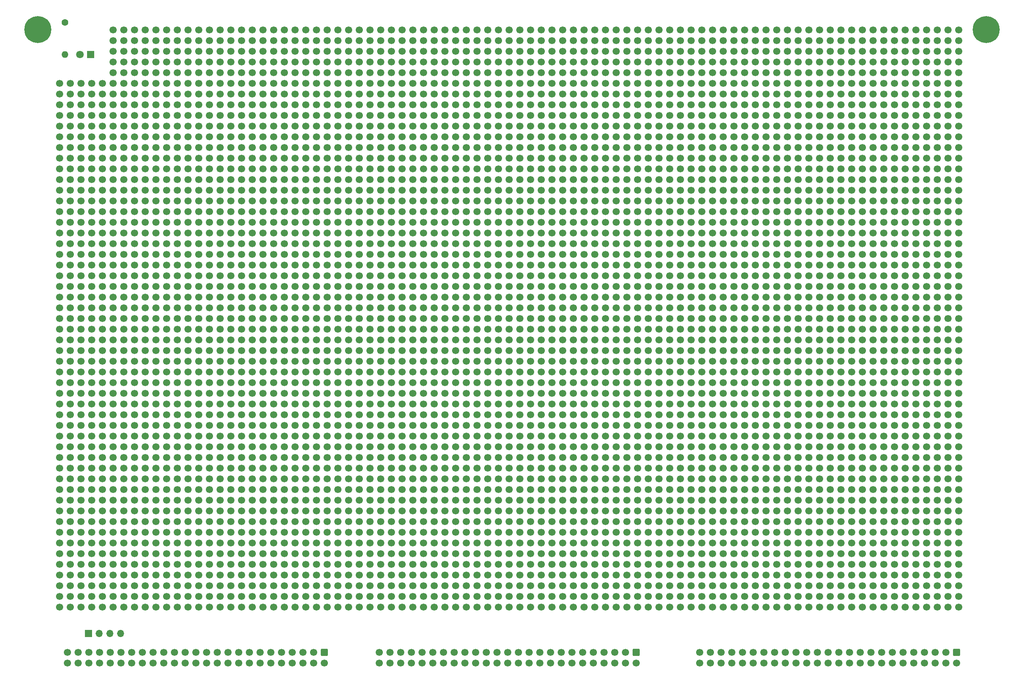
<source format=gbr>
%TF.GenerationSoftware,KiCad,Pcbnew,(6.0.11)*%
%TF.CreationDate,2023-09-03T08:35:34-04:00*%
%TF.ProjectId,template.prototyping,74656d70-6c61-4746-952e-70726f746f74,rev?*%
%TF.SameCoordinates,Original*%
%TF.FileFunction,Soldermask,Top*%
%TF.FilePolarity,Negative*%
%FSLAX46Y46*%
G04 Gerber Fmt 4.6, Leading zero omitted, Abs format (unit mm)*
G04 Created by KiCad (PCBNEW (6.0.11)) date 2023-09-03 08:35:34*
%MOMM*%
%LPD*%
G01*
G04 APERTURE LIST*
G04 Aperture macros list*
%AMRoundRect*
0 Rectangle with rounded corners*
0 $1 Rounding radius*
0 $2 $3 $4 $5 $6 $7 $8 $9 X,Y pos of 4 corners*
0 Add a 4 corners polygon primitive as box body*
4,1,4,$2,$3,$4,$5,$6,$7,$8,$9,$2,$3,0*
0 Add four circle primitives for the rounded corners*
1,1,$1+$1,$2,$3*
1,1,$1+$1,$4,$5*
1,1,$1+$1,$6,$7*
1,1,$1+$1,$8,$9*
0 Add four rect primitives between the rounded corners*
20,1,$1+$1,$2,$3,$4,$5,0*
20,1,$1+$1,$4,$5,$6,$7,0*
20,1,$1+$1,$6,$7,$8,$9,0*
20,1,$1+$1,$8,$9,$2,$3,0*%
G04 Aperture macros list end*
%ADD10RoundRect,0.250000X-0.600000X0.600000X-0.600000X-0.600000X0.600000X-0.600000X0.600000X0.600000X0*%
%ADD11C,1.700000*%
%ADD12C,6.400000*%
%ADD13R,1.800000X1.800000*%
%ADD14C,1.800000*%
%ADD15C,1.600000*%
%ADD16O,1.600000X1.600000*%
%ADD17R,1.700000X1.700000*%
%ADD18O,1.700000X1.700000*%
G04 APERTURE END LIST*
D10*
%TO.C,P1*%
X108000000Y-223000000D03*
D11*
X108000000Y-225540000D03*
X105460000Y-223000000D03*
X105460000Y-225540000D03*
X102920000Y-223000000D03*
X102920000Y-225540000D03*
X100380000Y-223000000D03*
X100380000Y-225540000D03*
X97840000Y-223000000D03*
X97840000Y-225540000D03*
X95300000Y-223000000D03*
X95300000Y-225540000D03*
X92760000Y-223000000D03*
X92760000Y-225540000D03*
X90220000Y-223000000D03*
X90220000Y-225540000D03*
X87680000Y-223000000D03*
X87680000Y-225540000D03*
X85140000Y-223000000D03*
X85140000Y-225540000D03*
X82600000Y-223000000D03*
X82600000Y-225540000D03*
X80060000Y-223000000D03*
X80060000Y-225540000D03*
X77520000Y-223000000D03*
X77520000Y-225540000D03*
X74980000Y-223000000D03*
X74980000Y-225540000D03*
X72440000Y-223000000D03*
X72440000Y-225540000D03*
X69900000Y-223000000D03*
X69900000Y-225540000D03*
X67360000Y-223000000D03*
X67360000Y-225540000D03*
X64820000Y-223000000D03*
X64820000Y-225540000D03*
X62280000Y-223000000D03*
X62280000Y-225540000D03*
X59740000Y-223000000D03*
X59740000Y-225540000D03*
X57200000Y-223000000D03*
X57200000Y-225540000D03*
X54660000Y-223000000D03*
X54660000Y-225540000D03*
X52120000Y-223000000D03*
X52120000Y-225540000D03*
X49580000Y-223000000D03*
X49580000Y-225540000D03*
X47040000Y-223000000D03*
X47040000Y-225540000D03*
%TD*%
D10*
%TO.C,P2*%
X182000000Y-223000000D03*
D11*
X182000000Y-225540000D03*
X179460000Y-223000000D03*
X179460000Y-225540000D03*
X176920000Y-223000000D03*
X176920000Y-225540000D03*
X174380000Y-223000000D03*
X174380000Y-225540000D03*
X171840000Y-223000000D03*
X171840000Y-225540000D03*
X169300000Y-223000000D03*
X169300000Y-225540000D03*
X166760000Y-223000000D03*
X166760000Y-225540000D03*
X164220000Y-223000000D03*
X164220000Y-225540000D03*
X161680000Y-223000000D03*
X161680000Y-225540000D03*
X159140000Y-223000000D03*
X159140000Y-225540000D03*
X156600000Y-223000000D03*
X156600000Y-225540000D03*
X154060000Y-223000000D03*
X154060000Y-225540000D03*
X151520000Y-223000000D03*
X151520000Y-225540000D03*
X148980000Y-223000000D03*
X148980000Y-225540000D03*
X146440000Y-223000000D03*
X146440000Y-225540000D03*
X143900000Y-223000000D03*
X143900000Y-225540000D03*
X141360000Y-223000000D03*
X141360000Y-225540000D03*
X138820000Y-223000000D03*
X138820000Y-225540000D03*
X136280000Y-223000000D03*
X136280000Y-225540000D03*
X133740000Y-223000000D03*
X133740000Y-225540000D03*
X131200000Y-223000000D03*
X131200000Y-225540000D03*
X128660000Y-223000000D03*
X128660000Y-225540000D03*
X126120000Y-223000000D03*
X126120000Y-225540000D03*
X123580000Y-223000000D03*
X123580000Y-225540000D03*
X121040000Y-223000000D03*
X121040000Y-225540000D03*
%TD*%
D12*
%TO.C,H1*%
X40000000Y-75000000D03*
%TD*%
%TO.C,H2*%
X265000000Y-75000000D03*
%TD*%
D10*
%TO.C,P3*%
X258000000Y-223000000D03*
D11*
X258000000Y-225540000D03*
X255460000Y-223000000D03*
X255460000Y-225540000D03*
X252920000Y-223000000D03*
X252920000Y-225540000D03*
X250380000Y-223000000D03*
X250380000Y-225540000D03*
X247840000Y-223000000D03*
X247840000Y-225540000D03*
X245300000Y-223000000D03*
X245300000Y-225540000D03*
X242760000Y-223000000D03*
X242760000Y-225540000D03*
X240220000Y-223000000D03*
X240220000Y-225540000D03*
X237680000Y-223000000D03*
X237680000Y-225540000D03*
X235140000Y-223000000D03*
X235140000Y-225540000D03*
X232600000Y-223000000D03*
X232600000Y-225540000D03*
X230060000Y-223000000D03*
X230060000Y-225540000D03*
X227520000Y-223000000D03*
X227520000Y-225540000D03*
X224980000Y-223000000D03*
X224980000Y-225540000D03*
X222440000Y-223000000D03*
X222440000Y-225540000D03*
X219900000Y-223000000D03*
X219900000Y-225540000D03*
X217360000Y-223000000D03*
X217360000Y-225540000D03*
X214820000Y-223000000D03*
X214820000Y-225540000D03*
X212280000Y-223000000D03*
X212280000Y-225540000D03*
X209740000Y-223000000D03*
X209740000Y-225540000D03*
X207200000Y-223000000D03*
X207200000Y-225540000D03*
X204660000Y-223000000D03*
X204660000Y-225540000D03*
X202120000Y-223000000D03*
X202120000Y-225540000D03*
X199580000Y-223000000D03*
X199580000Y-225540000D03*
X197040000Y-223000000D03*
X197040000Y-225540000D03*
%TD*%
D13*
%TO.C,D1*%
X52526000Y-80902000D03*
D14*
X49986000Y-80902000D03*
%TD*%
D15*
%TO.C,R1*%
X46430000Y-73282000D03*
D16*
X46430000Y-80902000D03*
%TD*%
D17*
%TO.C,P4*%
X52000000Y-218500000D03*
D18*
X54540000Y-218500000D03*
X57080000Y-218500000D03*
X59620000Y-218500000D03*
%TD*%
D11*
%TO.C,J11*%
X57860000Y-75060000D03*
X60400000Y-75060000D03*
X62940000Y-75060000D03*
X65480000Y-75060000D03*
X68020000Y-75060000D03*
X57860000Y-77600000D03*
X60400000Y-77600000D03*
X62940000Y-77600000D03*
X65480000Y-77600000D03*
X68020000Y-77600000D03*
X57860000Y-80140000D03*
X60400000Y-80140000D03*
X62940000Y-80140000D03*
X65480000Y-80140000D03*
X68020000Y-80140000D03*
X57860000Y-82680000D03*
X60400000Y-82680000D03*
X62940000Y-82680000D03*
X65480000Y-82680000D03*
X68020000Y-82680000D03*
X57860000Y-85220000D03*
X60400000Y-85220000D03*
X62940000Y-85220000D03*
X65480000Y-85220000D03*
X68020000Y-85220000D03*
%TD*%
%TO.C,J12*%
X57860000Y-87760000D03*
X60400000Y-87760000D03*
X62940000Y-87760000D03*
X65480000Y-87760000D03*
X68020000Y-87760000D03*
X57860000Y-90300000D03*
X60400000Y-90300000D03*
X62940000Y-90300000D03*
X65480000Y-90300000D03*
X68020000Y-90300000D03*
X57860000Y-92840000D03*
X60400000Y-92840000D03*
X62940000Y-92840000D03*
X65480000Y-92840000D03*
X68020000Y-92840000D03*
X57860000Y-95380000D03*
X60400000Y-95380000D03*
X62940000Y-95380000D03*
X65480000Y-95380000D03*
X68020000Y-95380000D03*
X57860000Y-97920000D03*
X60400000Y-97920000D03*
X62940000Y-97920000D03*
X65480000Y-97920000D03*
X68020000Y-97920000D03*
%TD*%
%TO.C,J13*%
X57860000Y-100460000D03*
X60400000Y-100460000D03*
X62940000Y-100460000D03*
X65480000Y-100460000D03*
X68020000Y-100460000D03*
X57860000Y-103000000D03*
X60400000Y-103000000D03*
X62940000Y-103000000D03*
X65480000Y-103000000D03*
X68020000Y-103000000D03*
X57860000Y-105540000D03*
X60400000Y-105540000D03*
X62940000Y-105540000D03*
X65480000Y-105540000D03*
X68020000Y-105540000D03*
X57860000Y-108080000D03*
X60400000Y-108080000D03*
X62940000Y-108080000D03*
X65480000Y-108080000D03*
X68020000Y-108080000D03*
X57860000Y-110620000D03*
X60400000Y-110620000D03*
X62940000Y-110620000D03*
X65480000Y-110620000D03*
X68020000Y-110620000D03*
%TD*%
%TO.C,J14*%
X57860000Y-113160000D03*
X60400000Y-113160000D03*
X62940000Y-113160000D03*
X65480000Y-113160000D03*
X68020000Y-113160000D03*
X57860000Y-115700000D03*
X60400000Y-115700000D03*
X62940000Y-115700000D03*
X65480000Y-115700000D03*
X68020000Y-115700000D03*
X57860000Y-118240000D03*
X60400000Y-118240000D03*
X62940000Y-118240000D03*
X65480000Y-118240000D03*
X68020000Y-118240000D03*
X57860000Y-120780000D03*
X60400000Y-120780000D03*
X62940000Y-120780000D03*
X65480000Y-120780000D03*
X68020000Y-120780000D03*
X57860000Y-123320000D03*
X60400000Y-123320000D03*
X62940000Y-123320000D03*
X65480000Y-123320000D03*
X68020000Y-123320000D03*
%TD*%
%TO.C,J15*%
X57860000Y-125860000D03*
X60400000Y-125860000D03*
X62940000Y-125860000D03*
X65480000Y-125860000D03*
X68020000Y-125860000D03*
X57860000Y-128400000D03*
X60400000Y-128400000D03*
X62940000Y-128400000D03*
X65480000Y-128400000D03*
X68020000Y-128400000D03*
X57860000Y-130940000D03*
X60400000Y-130940000D03*
X62940000Y-130940000D03*
X65480000Y-130940000D03*
X68020000Y-130940000D03*
X57860000Y-133480000D03*
X60400000Y-133480000D03*
X62940000Y-133480000D03*
X65480000Y-133480000D03*
X68020000Y-133480000D03*
X57860000Y-136020000D03*
X60400000Y-136020000D03*
X62940000Y-136020000D03*
X65480000Y-136020000D03*
X68020000Y-136020000D03*
%TD*%
%TO.C,J16*%
X57860000Y-138560000D03*
X60400000Y-138560000D03*
X62940000Y-138560000D03*
X65480000Y-138560000D03*
X68020000Y-138560000D03*
X57860000Y-141100000D03*
X60400000Y-141100000D03*
X62940000Y-141100000D03*
X65480000Y-141100000D03*
X68020000Y-141100000D03*
X57860000Y-143640000D03*
X60400000Y-143640000D03*
X62940000Y-143640000D03*
X65480000Y-143640000D03*
X68020000Y-143640000D03*
X57860000Y-146180000D03*
X60400000Y-146180000D03*
X62940000Y-146180000D03*
X65480000Y-146180000D03*
X68020000Y-146180000D03*
X57860000Y-148720000D03*
X60400000Y-148720000D03*
X62940000Y-148720000D03*
X65480000Y-148720000D03*
X68020000Y-148720000D03*
%TD*%
%TO.C,J17*%
X57860000Y-151260000D03*
X60400000Y-151260000D03*
X62940000Y-151260000D03*
X65480000Y-151260000D03*
X68020000Y-151260000D03*
X57860000Y-153800000D03*
X60400000Y-153800000D03*
X62940000Y-153800000D03*
X65480000Y-153800000D03*
X68020000Y-153800000D03*
X57860000Y-156340000D03*
X60400000Y-156340000D03*
X62940000Y-156340000D03*
X65480000Y-156340000D03*
X68020000Y-156340000D03*
X57860000Y-158880000D03*
X60400000Y-158880000D03*
X62940000Y-158880000D03*
X65480000Y-158880000D03*
X68020000Y-158880000D03*
X57860000Y-161420000D03*
X60400000Y-161420000D03*
X62940000Y-161420000D03*
X65480000Y-161420000D03*
X68020000Y-161420000D03*
%TD*%
%TO.C,J18*%
X57860000Y-163960000D03*
X60400000Y-163960000D03*
X62940000Y-163960000D03*
X65480000Y-163960000D03*
X68020000Y-163960000D03*
X57860000Y-166500000D03*
X60400000Y-166500000D03*
X62940000Y-166500000D03*
X65480000Y-166500000D03*
X68020000Y-166500000D03*
X57860000Y-169040000D03*
X60400000Y-169040000D03*
X62940000Y-169040000D03*
X65480000Y-169040000D03*
X68020000Y-169040000D03*
X57860000Y-171580000D03*
X60400000Y-171580000D03*
X62940000Y-171580000D03*
X65480000Y-171580000D03*
X68020000Y-171580000D03*
X57860000Y-174120000D03*
X60400000Y-174120000D03*
X62940000Y-174120000D03*
X65480000Y-174120000D03*
X68020000Y-174120000D03*
%TD*%
%TO.C,J19*%
X57860000Y-176660000D03*
X60400000Y-176660000D03*
X62940000Y-176660000D03*
X65480000Y-176660000D03*
X68020000Y-176660000D03*
X57860000Y-179200000D03*
X60400000Y-179200000D03*
X62940000Y-179200000D03*
X65480000Y-179200000D03*
X68020000Y-179200000D03*
X57860000Y-181740000D03*
X60400000Y-181740000D03*
X62940000Y-181740000D03*
X65480000Y-181740000D03*
X68020000Y-181740000D03*
X57860000Y-184280000D03*
X60400000Y-184280000D03*
X62940000Y-184280000D03*
X65480000Y-184280000D03*
X68020000Y-184280000D03*
X57860000Y-186820000D03*
X60400000Y-186820000D03*
X62940000Y-186820000D03*
X65480000Y-186820000D03*
X68020000Y-186820000D03*
%TD*%
%TO.C,J20*%
X57860000Y-189360000D03*
X60400000Y-189360000D03*
X62940000Y-189360000D03*
X65480000Y-189360000D03*
X68020000Y-189360000D03*
X57860000Y-191900000D03*
X60400000Y-191900000D03*
X62940000Y-191900000D03*
X65480000Y-191900000D03*
X68020000Y-191900000D03*
X57860000Y-194440000D03*
X60400000Y-194440000D03*
X62940000Y-194440000D03*
X65480000Y-194440000D03*
X68020000Y-194440000D03*
X57860000Y-196980000D03*
X60400000Y-196980000D03*
X62940000Y-196980000D03*
X65480000Y-196980000D03*
X68020000Y-196980000D03*
X57860000Y-199520000D03*
X60400000Y-199520000D03*
X62940000Y-199520000D03*
X65480000Y-199520000D03*
X68020000Y-199520000D03*
%TD*%
%TO.C,J21*%
X57860000Y-202060000D03*
X60400000Y-202060000D03*
X62940000Y-202060000D03*
X65480000Y-202060000D03*
X68020000Y-202060000D03*
X57860000Y-204600000D03*
X60400000Y-204600000D03*
X62940000Y-204600000D03*
X65480000Y-204600000D03*
X68020000Y-204600000D03*
X57860000Y-207140000D03*
X60400000Y-207140000D03*
X62940000Y-207140000D03*
X65480000Y-207140000D03*
X68020000Y-207140000D03*
X57860000Y-209680000D03*
X60400000Y-209680000D03*
X62940000Y-209680000D03*
X65480000Y-209680000D03*
X68020000Y-209680000D03*
X57860000Y-212220000D03*
X60400000Y-212220000D03*
X62940000Y-212220000D03*
X65480000Y-212220000D03*
X68020000Y-212220000D03*
%TD*%
%TO.C,J22*%
X70560000Y-75060000D03*
X73100000Y-75060000D03*
X75640000Y-75060000D03*
X78180000Y-75060000D03*
X80720000Y-75060000D03*
X70560000Y-77600000D03*
X73100000Y-77600000D03*
X75640000Y-77600000D03*
X78180000Y-77600000D03*
X80720000Y-77600000D03*
X70560000Y-80140000D03*
X73100000Y-80140000D03*
X75640000Y-80140000D03*
X78180000Y-80140000D03*
X80720000Y-80140000D03*
X70560000Y-82680000D03*
X73100000Y-82680000D03*
X75640000Y-82680000D03*
X78180000Y-82680000D03*
X80720000Y-82680000D03*
X70560000Y-85220000D03*
X73100000Y-85220000D03*
X75640000Y-85220000D03*
X78180000Y-85220000D03*
X80720000Y-85220000D03*
%TD*%
%TO.C,J23*%
X70560000Y-87760000D03*
X73100000Y-87760000D03*
X75640000Y-87760000D03*
X78180000Y-87760000D03*
X80720000Y-87760000D03*
X70560000Y-90300000D03*
X73100000Y-90300000D03*
X75640000Y-90300000D03*
X78180000Y-90300000D03*
X80720000Y-90300000D03*
X70560000Y-92840000D03*
X73100000Y-92840000D03*
X75640000Y-92840000D03*
X78180000Y-92840000D03*
X80720000Y-92840000D03*
X70560000Y-95380000D03*
X73100000Y-95380000D03*
X75640000Y-95380000D03*
X78180000Y-95380000D03*
X80720000Y-95380000D03*
X70560000Y-97920000D03*
X73100000Y-97920000D03*
X75640000Y-97920000D03*
X78180000Y-97920000D03*
X80720000Y-97920000D03*
%TD*%
%TO.C,J24*%
X70560000Y-100460000D03*
X73100000Y-100460000D03*
X75640000Y-100460000D03*
X78180000Y-100460000D03*
X80720000Y-100460000D03*
X70560000Y-103000000D03*
X73100000Y-103000000D03*
X75640000Y-103000000D03*
X78180000Y-103000000D03*
X80720000Y-103000000D03*
X70560000Y-105540000D03*
X73100000Y-105540000D03*
X75640000Y-105540000D03*
X78180000Y-105540000D03*
X80720000Y-105540000D03*
X70560000Y-108080000D03*
X73100000Y-108080000D03*
X75640000Y-108080000D03*
X78180000Y-108080000D03*
X80720000Y-108080000D03*
X70560000Y-110620000D03*
X73100000Y-110620000D03*
X75640000Y-110620000D03*
X78180000Y-110620000D03*
X80720000Y-110620000D03*
%TD*%
%TO.C,J25*%
X70560000Y-113160000D03*
X73100000Y-113160000D03*
X75640000Y-113160000D03*
X78180000Y-113160000D03*
X80720000Y-113160000D03*
X70560000Y-115700000D03*
X73100000Y-115700000D03*
X75640000Y-115700000D03*
X78180000Y-115700000D03*
X80720000Y-115700000D03*
X70560000Y-118240000D03*
X73100000Y-118240000D03*
X75640000Y-118240000D03*
X78180000Y-118240000D03*
X80720000Y-118240000D03*
X70560000Y-120780000D03*
X73100000Y-120780000D03*
X75640000Y-120780000D03*
X78180000Y-120780000D03*
X80720000Y-120780000D03*
X70560000Y-123320000D03*
X73100000Y-123320000D03*
X75640000Y-123320000D03*
X78180000Y-123320000D03*
X80720000Y-123320000D03*
%TD*%
%TO.C,J26*%
X70560000Y-125860000D03*
X73100000Y-125860000D03*
X75640000Y-125860000D03*
X78180000Y-125860000D03*
X80720000Y-125860000D03*
X70560000Y-128400000D03*
X73100000Y-128400000D03*
X75640000Y-128400000D03*
X78180000Y-128400000D03*
X80720000Y-128400000D03*
X70560000Y-130940000D03*
X73100000Y-130940000D03*
X75640000Y-130940000D03*
X78180000Y-130940000D03*
X80720000Y-130940000D03*
X70560000Y-133480000D03*
X73100000Y-133480000D03*
X75640000Y-133480000D03*
X78180000Y-133480000D03*
X80720000Y-133480000D03*
X70560000Y-136020000D03*
X73100000Y-136020000D03*
X75640000Y-136020000D03*
X78180000Y-136020000D03*
X80720000Y-136020000D03*
%TD*%
%TO.C,J27*%
X70560000Y-138560000D03*
X73100000Y-138560000D03*
X75640000Y-138560000D03*
X78180000Y-138560000D03*
X80720000Y-138560000D03*
X70560000Y-141100000D03*
X73100000Y-141100000D03*
X75640000Y-141100000D03*
X78180000Y-141100000D03*
X80720000Y-141100000D03*
X70560000Y-143640000D03*
X73100000Y-143640000D03*
X75640000Y-143640000D03*
X78180000Y-143640000D03*
X80720000Y-143640000D03*
X70560000Y-146180000D03*
X73100000Y-146180000D03*
X75640000Y-146180000D03*
X78180000Y-146180000D03*
X80720000Y-146180000D03*
X70560000Y-148720000D03*
X73100000Y-148720000D03*
X75640000Y-148720000D03*
X78180000Y-148720000D03*
X80720000Y-148720000D03*
%TD*%
%TO.C,J28*%
X70560000Y-151260000D03*
X73100000Y-151260000D03*
X75640000Y-151260000D03*
X78180000Y-151260000D03*
X80720000Y-151260000D03*
X70560000Y-153800000D03*
X73100000Y-153800000D03*
X75640000Y-153800000D03*
X78180000Y-153800000D03*
X80720000Y-153800000D03*
X70560000Y-156340000D03*
X73100000Y-156340000D03*
X75640000Y-156340000D03*
X78180000Y-156340000D03*
X80720000Y-156340000D03*
X70560000Y-158880000D03*
X73100000Y-158880000D03*
X75640000Y-158880000D03*
X78180000Y-158880000D03*
X80720000Y-158880000D03*
X70560000Y-161420000D03*
X73100000Y-161420000D03*
X75640000Y-161420000D03*
X78180000Y-161420000D03*
X80720000Y-161420000D03*
%TD*%
%TO.C,J29*%
X70560000Y-163960000D03*
X73100000Y-163960000D03*
X75640000Y-163960000D03*
X78180000Y-163960000D03*
X80720000Y-163960000D03*
X70560000Y-166500000D03*
X73100000Y-166500000D03*
X75640000Y-166500000D03*
X78180000Y-166500000D03*
X80720000Y-166500000D03*
X70560000Y-169040000D03*
X73100000Y-169040000D03*
X75640000Y-169040000D03*
X78180000Y-169040000D03*
X80720000Y-169040000D03*
X70560000Y-171580000D03*
X73100000Y-171580000D03*
X75640000Y-171580000D03*
X78180000Y-171580000D03*
X80720000Y-171580000D03*
X70560000Y-174120000D03*
X73100000Y-174120000D03*
X75640000Y-174120000D03*
X78180000Y-174120000D03*
X80720000Y-174120000D03*
%TD*%
%TO.C,J30*%
X70560000Y-176660000D03*
X73100000Y-176660000D03*
X75640000Y-176660000D03*
X78180000Y-176660000D03*
X80720000Y-176660000D03*
X70560000Y-179200000D03*
X73100000Y-179200000D03*
X75640000Y-179200000D03*
X78180000Y-179200000D03*
X80720000Y-179200000D03*
X70560000Y-181740000D03*
X73100000Y-181740000D03*
X75640000Y-181740000D03*
X78180000Y-181740000D03*
X80720000Y-181740000D03*
X70560000Y-184280000D03*
X73100000Y-184280000D03*
X75640000Y-184280000D03*
X78180000Y-184280000D03*
X80720000Y-184280000D03*
X70560000Y-186820000D03*
X73100000Y-186820000D03*
X75640000Y-186820000D03*
X78180000Y-186820000D03*
X80720000Y-186820000D03*
%TD*%
%TO.C,J31*%
X70560000Y-189360000D03*
X73100000Y-189360000D03*
X75640000Y-189360000D03*
X78180000Y-189360000D03*
X80720000Y-189360000D03*
X70560000Y-191900000D03*
X73100000Y-191900000D03*
X75640000Y-191900000D03*
X78180000Y-191900000D03*
X80720000Y-191900000D03*
X70560000Y-194440000D03*
X73100000Y-194440000D03*
X75640000Y-194440000D03*
X78180000Y-194440000D03*
X80720000Y-194440000D03*
X70560000Y-196980000D03*
X73100000Y-196980000D03*
X75640000Y-196980000D03*
X78180000Y-196980000D03*
X80720000Y-196980000D03*
X70560000Y-199520000D03*
X73100000Y-199520000D03*
X75640000Y-199520000D03*
X78180000Y-199520000D03*
X80720000Y-199520000D03*
%TD*%
%TO.C,J32*%
X70560000Y-202060000D03*
X73100000Y-202060000D03*
X75640000Y-202060000D03*
X78180000Y-202060000D03*
X80720000Y-202060000D03*
X70560000Y-204600000D03*
X73100000Y-204600000D03*
X75640000Y-204600000D03*
X78180000Y-204600000D03*
X80720000Y-204600000D03*
X70560000Y-207140000D03*
X73100000Y-207140000D03*
X75640000Y-207140000D03*
X78180000Y-207140000D03*
X80720000Y-207140000D03*
X70560000Y-209680000D03*
X73100000Y-209680000D03*
X75640000Y-209680000D03*
X78180000Y-209680000D03*
X80720000Y-209680000D03*
X70560000Y-212220000D03*
X73100000Y-212220000D03*
X75640000Y-212220000D03*
X78180000Y-212220000D03*
X80720000Y-212220000D03*
%TD*%
%TO.C,J33*%
X83260000Y-75060000D03*
X85800000Y-75060000D03*
X88340000Y-75060000D03*
X90880000Y-75060000D03*
X93420000Y-75060000D03*
X83260000Y-77600000D03*
X85800000Y-77600000D03*
X88340000Y-77600000D03*
X90880000Y-77600000D03*
X93420000Y-77600000D03*
X83260000Y-80140000D03*
X85800000Y-80140000D03*
X88340000Y-80140000D03*
X90880000Y-80140000D03*
X93420000Y-80140000D03*
X83260000Y-82680000D03*
X85800000Y-82680000D03*
X88340000Y-82680000D03*
X90880000Y-82680000D03*
X93420000Y-82680000D03*
X83260000Y-85220000D03*
X85800000Y-85220000D03*
X88340000Y-85220000D03*
X90880000Y-85220000D03*
X93420000Y-85220000D03*
%TD*%
%TO.C,J34*%
X83260000Y-87760000D03*
X85800000Y-87760000D03*
X88340000Y-87760000D03*
X90880000Y-87760000D03*
X93420000Y-87760000D03*
X83260000Y-90300000D03*
X85800000Y-90300000D03*
X88340000Y-90300000D03*
X90880000Y-90300000D03*
X93420000Y-90300000D03*
X83260000Y-92840000D03*
X85800000Y-92840000D03*
X88340000Y-92840000D03*
X90880000Y-92840000D03*
X93420000Y-92840000D03*
X83260000Y-95380000D03*
X85800000Y-95380000D03*
X88340000Y-95380000D03*
X90880000Y-95380000D03*
X93420000Y-95380000D03*
X83260000Y-97920000D03*
X85800000Y-97920000D03*
X88340000Y-97920000D03*
X90880000Y-97920000D03*
X93420000Y-97920000D03*
%TD*%
%TO.C,J35*%
X83260000Y-100460000D03*
X85800000Y-100460000D03*
X88340000Y-100460000D03*
X90880000Y-100460000D03*
X93420000Y-100460000D03*
X83260000Y-103000000D03*
X85800000Y-103000000D03*
X88340000Y-103000000D03*
X90880000Y-103000000D03*
X93420000Y-103000000D03*
X83260000Y-105540000D03*
X85800000Y-105540000D03*
X88340000Y-105540000D03*
X90880000Y-105540000D03*
X93420000Y-105540000D03*
X83260000Y-108080000D03*
X85800000Y-108080000D03*
X88340000Y-108080000D03*
X90880000Y-108080000D03*
X93420000Y-108080000D03*
X83260000Y-110620000D03*
X85800000Y-110620000D03*
X88340000Y-110620000D03*
X90880000Y-110620000D03*
X93420000Y-110620000D03*
%TD*%
%TO.C,J36*%
X83260000Y-113160000D03*
X85800000Y-113160000D03*
X88340000Y-113160000D03*
X90880000Y-113160000D03*
X93420000Y-113160000D03*
X83260000Y-115700000D03*
X85800000Y-115700000D03*
X88340000Y-115700000D03*
X90880000Y-115700000D03*
X93420000Y-115700000D03*
X83260000Y-118240000D03*
X85800000Y-118240000D03*
X88340000Y-118240000D03*
X90880000Y-118240000D03*
X93420000Y-118240000D03*
X83260000Y-120780000D03*
X85800000Y-120780000D03*
X88340000Y-120780000D03*
X90880000Y-120780000D03*
X93420000Y-120780000D03*
X83260000Y-123320000D03*
X85800000Y-123320000D03*
X88340000Y-123320000D03*
X90880000Y-123320000D03*
X93420000Y-123320000D03*
%TD*%
%TO.C,J37*%
X83260000Y-125860000D03*
X85800000Y-125860000D03*
X88340000Y-125860000D03*
X90880000Y-125860000D03*
X93420000Y-125860000D03*
X83260000Y-128400000D03*
X85800000Y-128400000D03*
X88340000Y-128400000D03*
X90880000Y-128400000D03*
X93420000Y-128400000D03*
X83260000Y-130940000D03*
X85800000Y-130940000D03*
X88340000Y-130940000D03*
X90880000Y-130940000D03*
X93420000Y-130940000D03*
X83260000Y-133480000D03*
X85800000Y-133480000D03*
X88340000Y-133480000D03*
X90880000Y-133480000D03*
X93420000Y-133480000D03*
X83260000Y-136020000D03*
X85800000Y-136020000D03*
X88340000Y-136020000D03*
X90880000Y-136020000D03*
X93420000Y-136020000D03*
%TD*%
%TO.C,J38*%
X83260000Y-138560000D03*
X85800000Y-138560000D03*
X88340000Y-138560000D03*
X90880000Y-138560000D03*
X93420000Y-138560000D03*
X83260000Y-141100000D03*
X85800000Y-141100000D03*
X88340000Y-141100000D03*
X90880000Y-141100000D03*
X93420000Y-141100000D03*
X83260000Y-143640000D03*
X85800000Y-143640000D03*
X88340000Y-143640000D03*
X90880000Y-143640000D03*
X93420000Y-143640000D03*
X83260000Y-146180000D03*
X85800000Y-146180000D03*
X88340000Y-146180000D03*
X90880000Y-146180000D03*
X93420000Y-146180000D03*
X83260000Y-148720000D03*
X85800000Y-148720000D03*
X88340000Y-148720000D03*
X90880000Y-148720000D03*
X93420000Y-148720000D03*
%TD*%
%TO.C,J39*%
X83260000Y-151260000D03*
X85800000Y-151260000D03*
X88340000Y-151260000D03*
X90880000Y-151260000D03*
X93420000Y-151260000D03*
X83260000Y-153800000D03*
X85800000Y-153800000D03*
X88340000Y-153800000D03*
X90880000Y-153800000D03*
X93420000Y-153800000D03*
X83260000Y-156340000D03*
X85800000Y-156340000D03*
X88340000Y-156340000D03*
X90880000Y-156340000D03*
X93420000Y-156340000D03*
X83260000Y-158880000D03*
X85800000Y-158880000D03*
X88340000Y-158880000D03*
X90880000Y-158880000D03*
X93420000Y-158880000D03*
X83260000Y-161420000D03*
X85800000Y-161420000D03*
X88340000Y-161420000D03*
X90880000Y-161420000D03*
X93420000Y-161420000D03*
%TD*%
%TO.C,J40*%
X83260000Y-163960000D03*
X85800000Y-163960000D03*
X88340000Y-163960000D03*
X90880000Y-163960000D03*
X93420000Y-163960000D03*
X83260000Y-166500000D03*
X85800000Y-166500000D03*
X88340000Y-166500000D03*
X90880000Y-166500000D03*
X93420000Y-166500000D03*
X83260000Y-169040000D03*
X85800000Y-169040000D03*
X88340000Y-169040000D03*
X90880000Y-169040000D03*
X93420000Y-169040000D03*
X83260000Y-171580000D03*
X85800000Y-171580000D03*
X88340000Y-171580000D03*
X90880000Y-171580000D03*
X93420000Y-171580000D03*
X83260000Y-174120000D03*
X85800000Y-174120000D03*
X88340000Y-174120000D03*
X90880000Y-174120000D03*
X93420000Y-174120000D03*
%TD*%
%TO.C,J41*%
X83260000Y-176660000D03*
X85800000Y-176660000D03*
X88340000Y-176660000D03*
X90880000Y-176660000D03*
X93420000Y-176660000D03*
X83260000Y-179200000D03*
X85800000Y-179200000D03*
X88340000Y-179200000D03*
X90880000Y-179200000D03*
X93420000Y-179200000D03*
X83260000Y-181740000D03*
X85800000Y-181740000D03*
X88340000Y-181740000D03*
X90880000Y-181740000D03*
X93420000Y-181740000D03*
X83260000Y-184280000D03*
X85800000Y-184280000D03*
X88340000Y-184280000D03*
X90880000Y-184280000D03*
X93420000Y-184280000D03*
X83260000Y-186820000D03*
X85800000Y-186820000D03*
X88340000Y-186820000D03*
X90880000Y-186820000D03*
X93420000Y-186820000D03*
%TD*%
%TO.C,J42*%
X83260000Y-189360000D03*
X85800000Y-189360000D03*
X88340000Y-189360000D03*
X90880000Y-189360000D03*
X93420000Y-189360000D03*
X83260000Y-191900000D03*
X85800000Y-191900000D03*
X88340000Y-191900000D03*
X90880000Y-191900000D03*
X93420000Y-191900000D03*
X83260000Y-194440000D03*
X85800000Y-194440000D03*
X88340000Y-194440000D03*
X90880000Y-194440000D03*
X93420000Y-194440000D03*
X83260000Y-196980000D03*
X85800000Y-196980000D03*
X88340000Y-196980000D03*
X90880000Y-196980000D03*
X93420000Y-196980000D03*
X83260000Y-199520000D03*
X85800000Y-199520000D03*
X88340000Y-199520000D03*
X90880000Y-199520000D03*
X93420000Y-199520000D03*
%TD*%
%TO.C,J43*%
X83260000Y-202060000D03*
X85800000Y-202060000D03*
X88340000Y-202060000D03*
X90880000Y-202060000D03*
X93420000Y-202060000D03*
X83260000Y-204600000D03*
X85800000Y-204600000D03*
X88340000Y-204600000D03*
X90880000Y-204600000D03*
X93420000Y-204600000D03*
X83260000Y-207140000D03*
X85800000Y-207140000D03*
X88340000Y-207140000D03*
X90880000Y-207140000D03*
X93420000Y-207140000D03*
X83260000Y-209680000D03*
X85800000Y-209680000D03*
X88340000Y-209680000D03*
X90880000Y-209680000D03*
X93420000Y-209680000D03*
X83260000Y-212220000D03*
X85800000Y-212220000D03*
X88340000Y-212220000D03*
X90880000Y-212220000D03*
X93420000Y-212220000D03*
%TD*%
%TO.C,J44*%
X95960000Y-75060000D03*
X98500000Y-75060000D03*
X101040000Y-75060000D03*
X103580000Y-75060000D03*
X106120000Y-75060000D03*
X95960000Y-77600000D03*
X98500000Y-77600000D03*
X101040000Y-77600000D03*
X103580000Y-77600000D03*
X106120000Y-77600000D03*
X95960000Y-80140000D03*
X98500000Y-80140000D03*
X101040000Y-80140000D03*
X103580000Y-80140000D03*
X106120000Y-80140000D03*
X95960000Y-82680000D03*
X98500000Y-82680000D03*
X101040000Y-82680000D03*
X103580000Y-82680000D03*
X106120000Y-82680000D03*
X95960000Y-85220000D03*
X98500000Y-85220000D03*
X101040000Y-85220000D03*
X103580000Y-85220000D03*
X106120000Y-85220000D03*
%TD*%
%TO.C,J45*%
X95960000Y-87760000D03*
X98500000Y-87760000D03*
X101040000Y-87760000D03*
X103580000Y-87760000D03*
X106120000Y-87760000D03*
X95960000Y-90300000D03*
X98500000Y-90300000D03*
X101040000Y-90300000D03*
X103580000Y-90300000D03*
X106120000Y-90300000D03*
X95960000Y-92840000D03*
X98500000Y-92840000D03*
X101040000Y-92840000D03*
X103580000Y-92840000D03*
X106120000Y-92840000D03*
X95960000Y-95380000D03*
X98500000Y-95380000D03*
X101040000Y-95380000D03*
X103580000Y-95380000D03*
X106120000Y-95380000D03*
X95960000Y-97920000D03*
X98500000Y-97920000D03*
X101040000Y-97920000D03*
X103580000Y-97920000D03*
X106120000Y-97920000D03*
%TD*%
%TO.C,J46*%
X95960000Y-100460000D03*
X98500000Y-100460000D03*
X101040000Y-100460000D03*
X103580000Y-100460000D03*
X106120000Y-100460000D03*
X95960000Y-103000000D03*
X98500000Y-103000000D03*
X101040000Y-103000000D03*
X103580000Y-103000000D03*
X106120000Y-103000000D03*
X95960000Y-105540000D03*
X98500000Y-105540000D03*
X101040000Y-105540000D03*
X103580000Y-105540000D03*
X106120000Y-105540000D03*
X95960000Y-108080000D03*
X98500000Y-108080000D03*
X101040000Y-108080000D03*
X103580000Y-108080000D03*
X106120000Y-108080000D03*
X95960000Y-110620000D03*
X98500000Y-110620000D03*
X101040000Y-110620000D03*
X103580000Y-110620000D03*
X106120000Y-110620000D03*
%TD*%
%TO.C,J47*%
X95960000Y-113160000D03*
X98500000Y-113160000D03*
X101040000Y-113160000D03*
X103580000Y-113160000D03*
X106120000Y-113160000D03*
X95960000Y-115700000D03*
X98500000Y-115700000D03*
X101040000Y-115700000D03*
X103580000Y-115700000D03*
X106120000Y-115700000D03*
X95960000Y-118240000D03*
X98500000Y-118240000D03*
X101040000Y-118240000D03*
X103580000Y-118240000D03*
X106120000Y-118240000D03*
X95960000Y-120780000D03*
X98500000Y-120780000D03*
X101040000Y-120780000D03*
X103580000Y-120780000D03*
X106120000Y-120780000D03*
X95960000Y-123320000D03*
X98500000Y-123320000D03*
X101040000Y-123320000D03*
X103580000Y-123320000D03*
X106120000Y-123320000D03*
%TD*%
%TO.C,J48*%
X95960000Y-125860000D03*
X98500000Y-125860000D03*
X101040000Y-125860000D03*
X103580000Y-125860000D03*
X106120000Y-125860000D03*
X95960000Y-128400000D03*
X98500000Y-128400000D03*
X101040000Y-128400000D03*
X103580000Y-128400000D03*
X106120000Y-128400000D03*
X95960000Y-130940000D03*
X98500000Y-130940000D03*
X101040000Y-130940000D03*
X103580000Y-130940000D03*
X106120000Y-130940000D03*
X95960000Y-133480000D03*
X98500000Y-133480000D03*
X101040000Y-133480000D03*
X103580000Y-133480000D03*
X106120000Y-133480000D03*
X95960000Y-136020000D03*
X98500000Y-136020000D03*
X101040000Y-136020000D03*
X103580000Y-136020000D03*
X106120000Y-136020000D03*
%TD*%
%TO.C,J49*%
X95960000Y-138560000D03*
X98500000Y-138560000D03*
X101040000Y-138560000D03*
X103580000Y-138560000D03*
X106120000Y-138560000D03*
X95960000Y-141100000D03*
X98500000Y-141100000D03*
X101040000Y-141100000D03*
X103580000Y-141100000D03*
X106120000Y-141100000D03*
X95960000Y-143640000D03*
X98500000Y-143640000D03*
X101040000Y-143640000D03*
X103580000Y-143640000D03*
X106120000Y-143640000D03*
X95960000Y-146180000D03*
X98500000Y-146180000D03*
X101040000Y-146180000D03*
X103580000Y-146180000D03*
X106120000Y-146180000D03*
X95960000Y-148720000D03*
X98500000Y-148720000D03*
X101040000Y-148720000D03*
X103580000Y-148720000D03*
X106120000Y-148720000D03*
%TD*%
%TO.C,J50*%
X95960000Y-151260000D03*
X98500000Y-151260000D03*
X101040000Y-151260000D03*
X103580000Y-151260000D03*
X106120000Y-151260000D03*
X95960000Y-153800000D03*
X98500000Y-153800000D03*
X101040000Y-153800000D03*
X103580000Y-153800000D03*
X106120000Y-153800000D03*
X95960000Y-156340000D03*
X98500000Y-156340000D03*
X101040000Y-156340000D03*
X103580000Y-156340000D03*
X106120000Y-156340000D03*
X95960000Y-158880000D03*
X98500000Y-158880000D03*
X101040000Y-158880000D03*
X103580000Y-158880000D03*
X106120000Y-158880000D03*
X95960000Y-161420000D03*
X98500000Y-161420000D03*
X101040000Y-161420000D03*
X103580000Y-161420000D03*
X106120000Y-161420000D03*
%TD*%
%TO.C,J51*%
X95960000Y-163960000D03*
X98500000Y-163960000D03*
X101040000Y-163960000D03*
X103580000Y-163960000D03*
X106120000Y-163960000D03*
X95960000Y-166500000D03*
X98500000Y-166500000D03*
X101040000Y-166500000D03*
X103580000Y-166500000D03*
X106120000Y-166500000D03*
X95960000Y-169040000D03*
X98500000Y-169040000D03*
X101040000Y-169040000D03*
X103580000Y-169040000D03*
X106120000Y-169040000D03*
X95960000Y-171580000D03*
X98500000Y-171580000D03*
X101040000Y-171580000D03*
X103580000Y-171580000D03*
X106120000Y-171580000D03*
X95960000Y-174120000D03*
X98500000Y-174120000D03*
X101040000Y-174120000D03*
X103580000Y-174120000D03*
X106120000Y-174120000D03*
%TD*%
%TO.C,J52*%
X95960000Y-176660000D03*
X98500000Y-176660000D03*
X101040000Y-176660000D03*
X103580000Y-176660000D03*
X106120000Y-176660000D03*
X95960000Y-179200000D03*
X98500000Y-179200000D03*
X101040000Y-179200000D03*
X103580000Y-179200000D03*
X106120000Y-179200000D03*
X95960000Y-181740000D03*
X98500000Y-181740000D03*
X101040000Y-181740000D03*
X103580000Y-181740000D03*
X106120000Y-181740000D03*
X95960000Y-184280000D03*
X98500000Y-184280000D03*
X101040000Y-184280000D03*
X103580000Y-184280000D03*
X106120000Y-184280000D03*
X95960000Y-186820000D03*
X98500000Y-186820000D03*
X101040000Y-186820000D03*
X103580000Y-186820000D03*
X106120000Y-186820000D03*
%TD*%
%TO.C,J53*%
X95960000Y-189360000D03*
X98500000Y-189360000D03*
X101040000Y-189360000D03*
X103580000Y-189360000D03*
X106120000Y-189360000D03*
X95960000Y-191900000D03*
X98500000Y-191900000D03*
X101040000Y-191900000D03*
X103580000Y-191900000D03*
X106120000Y-191900000D03*
X95960000Y-194440000D03*
X98500000Y-194440000D03*
X101040000Y-194440000D03*
X103580000Y-194440000D03*
X106120000Y-194440000D03*
X95960000Y-196980000D03*
X98500000Y-196980000D03*
X101040000Y-196980000D03*
X103580000Y-196980000D03*
X106120000Y-196980000D03*
X95960000Y-199520000D03*
X98500000Y-199520000D03*
X101040000Y-199520000D03*
X103580000Y-199520000D03*
X106120000Y-199520000D03*
%TD*%
%TO.C,J54*%
X95960000Y-202060000D03*
X98500000Y-202060000D03*
X101040000Y-202060000D03*
X103580000Y-202060000D03*
X106120000Y-202060000D03*
X95960000Y-204600000D03*
X98500000Y-204600000D03*
X101040000Y-204600000D03*
X103580000Y-204600000D03*
X106120000Y-204600000D03*
X95960000Y-207140000D03*
X98500000Y-207140000D03*
X101040000Y-207140000D03*
X103580000Y-207140000D03*
X106120000Y-207140000D03*
X95960000Y-209680000D03*
X98500000Y-209680000D03*
X101040000Y-209680000D03*
X103580000Y-209680000D03*
X106120000Y-209680000D03*
X95960000Y-212220000D03*
X98500000Y-212220000D03*
X101040000Y-212220000D03*
X103580000Y-212220000D03*
X106120000Y-212220000D03*
%TD*%
%TO.C,J55*%
X108660000Y-75060000D03*
X111200000Y-75060000D03*
X113740000Y-75060000D03*
X116280000Y-75060000D03*
X118820000Y-75060000D03*
X108660000Y-77600000D03*
X111200000Y-77600000D03*
X113740000Y-77600000D03*
X116280000Y-77600000D03*
X118820000Y-77600000D03*
X108660000Y-80140000D03*
X111200000Y-80140000D03*
X113740000Y-80140000D03*
X116280000Y-80140000D03*
X118820000Y-80140000D03*
X108660000Y-82680000D03*
X111200000Y-82680000D03*
X113740000Y-82680000D03*
X116280000Y-82680000D03*
X118820000Y-82680000D03*
X108660000Y-85220000D03*
X111200000Y-85220000D03*
X113740000Y-85220000D03*
X116280000Y-85220000D03*
X118820000Y-85220000D03*
%TD*%
%TO.C,J56*%
X108660000Y-87760000D03*
X111200000Y-87760000D03*
X113740000Y-87760000D03*
X116280000Y-87760000D03*
X118820000Y-87760000D03*
X108660000Y-90300000D03*
X111200000Y-90300000D03*
X113740000Y-90300000D03*
X116280000Y-90300000D03*
X118820000Y-90300000D03*
X108660000Y-92840000D03*
X111200000Y-92840000D03*
X113740000Y-92840000D03*
X116280000Y-92840000D03*
X118820000Y-92840000D03*
X108660000Y-95380000D03*
X111200000Y-95380000D03*
X113740000Y-95380000D03*
X116280000Y-95380000D03*
X118820000Y-95380000D03*
X108660000Y-97920000D03*
X111200000Y-97920000D03*
X113740000Y-97920000D03*
X116280000Y-97920000D03*
X118820000Y-97920000D03*
%TD*%
%TO.C,J57*%
X108660000Y-100460000D03*
X111200000Y-100460000D03*
X113740000Y-100460000D03*
X116280000Y-100460000D03*
X118820000Y-100460000D03*
X108660000Y-103000000D03*
X111200000Y-103000000D03*
X113740000Y-103000000D03*
X116280000Y-103000000D03*
X118820000Y-103000000D03*
X108660000Y-105540000D03*
X111200000Y-105540000D03*
X113740000Y-105540000D03*
X116280000Y-105540000D03*
X118820000Y-105540000D03*
X108660000Y-108080000D03*
X111200000Y-108080000D03*
X113740000Y-108080000D03*
X116280000Y-108080000D03*
X118820000Y-108080000D03*
X108660000Y-110620000D03*
X111200000Y-110620000D03*
X113740000Y-110620000D03*
X116280000Y-110620000D03*
X118820000Y-110620000D03*
%TD*%
%TO.C,J58*%
X108660000Y-113160000D03*
X111200000Y-113160000D03*
X113740000Y-113160000D03*
X116280000Y-113160000D03*
X118820000Y-113160000D03*
X108660000Y-115700000D03*
X111200000Y-115700000D03*
X113740000Y-115700000D03*
X116280000Y-115700000D03*
X118820000Y-115700000D03*
X108660000Y-118240000D03*
X111200000Y-118240000D03*
X113740000Y-118240000D03*
X116280000Y-118240000D03*
X118820000Y-118240000D03*
X108660000Y-120780000D03*
X111200000Y-120780000D03*
X113740000Y-120780000D03*
X116280000Y-120780000D03*
X118820000Y-120780000D03*
X108660000Y-123320000D03*
X111200000Y-123320000D03*
X113740000Y-123320000D03*
X116280000Y-123320000D03*
X118820000Y-123320000D03*
%TD*%
%TO.C,J59*%
X108660000Y-125860000D03*
X111200000Y-125860000D03*
X113740000Y-125860000D03*
X116280000Y-125860000D03*
X118820000Y-125860000D03*
X108660000Y-128400000D03*
X111200000Y-128400000D03*
X113740000Y-128400000D03*
X116280000Y-128400000D03*
X118820000Y-128400000D03*
X108660000Y-130940000D03*
X111200000Y-130940000D03*
X113740000Y-130940000D03*
X116280000Y-130940000D03*
X118820000Y-130940000D03*
X108660000Y-133480000D03*
X111200000Y-133480000D03*
X113740000Y-133480000D03*
X116280000Y-133480000D03*
X118820000Y-133480000D03*
X108660000Y-136020000D03*
X111200000Y-136020000D03*
X113740000Y-136020000D03*
X116280000Y-136020000D03*
X118820000Y-136020000D03*
%TD*%
%TO.C,J60*%
X108660000Y-138560000D03*
X111200000Y-138560000D03*
X113740000Y-138560000D03*
X116280000Y-138560000D03*
X118820000Y-138560000D03*
X108660000Y-141100000D03*
X111200000Y-141100000D03*
X113740000Y-141100000D03*
X116280000Y-141100000D03*
X118820000Y-141100000D03*
X108660000Y-143640000D03*
X111200000Y-143640000D03*
X113740000Y-143640000D03*
X116280000Y-143640000D03*
X118820000Y-143640000D03*
X108660000Y-146180000D03*
X111200000Y-146180000D03*
X113740000Y-146180000D03*
X116280000Y-146180000D03*
X118820000Y-146180000D03*
X108660000Y-148720000D03*
X111200000Y-148720000D03*
X113740000Y-148720000D03*
X116280000Y-148720000D03*
X118820000Y-148720000D03*
%TD*%
%TO.C,J61*%
X108660000Y-151260000D03*
X111200000Y-151260000D03*
X113740000Y-151260000D03*
X116280000Y-151260000D03*
X118820000Y-151260000D03*
X108660000Y-153800000D03*
X111200000Y-153800000D03*
X113740000Y-153800000D03*
X116280000Y-153800000D03*
X118820000Y-153800000D03*
X108660000Y-156340000D03*
X111200000Y-156340000D03*
X113740000Y-156340000D03*
X116280000Y-156340000D03*
X118820000Y-156340000D03*
X108660000Y-158880000D03*
X111200000Y-158880000D03*
X113740000Y-158880000D03*
X116280000Y-158880000D03*
X118820000Y-158880000D03*
X108660000Y-161420000D03*
X111200000Y-161420000D03*
X113740000Y-161420000D03*
X116280000Y-161420000D03*
X118820000Y-161420000D03*
%TD*%
%TO.C,J62*%
X108660000Y-163960000D03*
X111200000Y-163960000D03*
X113740000Y-163960000D03*
X116280000Y-163960000D03*
X118820000Y-163960000D03*
X108660000Y-166500000D03*
X111200000Y-166500000D03*
X113740000Y-166500000D03*
X116280000Y-166500000D03*
X118820000Y-166500000D03*
X108660000Y-169040000D03*
X111200000Y-169040000D03*
X113740000Y-169040000D03*
X116280000Y-169040000D03*
X118820000Y-169040000D03*
X108660000Y-171580000D03*
X111200000Y-171580000D03*
X113740000Y-171580000D03*
X116280000Y-171580000D03*
X118820000Y-171580000D03*
X108660000Y-174120000D03*
X111200000Y-174120000D03*
X113740000Y-174120000D03*
X116280000Y-174120000D03*
X118820000Y-174120000D03*
%TD*%
%TO.C,J63*%
X108660000Y-176660000D03*
X111200000Y-176660000D03*
X113740000Y-176660000D03*
X116280000Y-176660000D03*
X118820000Y-176660000D03*
X108660000Y-179200000D03*
X111200000Y-179200000D03*
X113740000Y-179200000D03*
X116280000Y-179200000D03*
X118820000Y-179200000D03*
X108660000Y-181740000D03*
X111200000Y-181740000D03*
X113740000Y-181740000D03*
X116280000Y-181740000D03*
X118820000Y-181740000D03*
X108660000Y-184280000D03*
X111200000Y-184280000D03*
X113740000Y-184280000D03*
X116280000Y-184280000D03*
X118820000Y-184280000D03*
X108660000Y-186820000D03*
X111200000Y-186820000D03*
X113740000Y-186820000D03*
X116280000Y-186820000D03*
X118820000Y-186820000D03*
%TD*%
%TO.C,J65*%
X108660000Y-202060000D03*
X111200000Y-202060000D03*
X113740000Y-202060000D03*
X116280000Y-202060000D03*
X118820000Y-202060000D03*
X108660000Y-204600000D03*
X111200000Y-204600000D03*
X113740000Y-204600000D03*
X116280000Y-204600000D03*
X118820000Y-204600000D03*
X108660000Y-207140000D03*
X111200000Y-207140000D03*
X113740000Y-207140000D03*
X116280000Y-207140000D03*
X118820000Y-207140000D03*
X108660000Y-209680000D03*
X111200000Y-209680000D03*
X113740000Y-209680000D03*
X116280000Y-209680000D03*
X118820000Y-209680000D03*
X108660000Y-212220000D03*
X111200000Y-212220000D03*
X113740000Y-212220000D03*
X116280000Y-212220000D03*
X118820000Y-212220000D03*
%TD*%
%TO.C,J66*%
X121360000Y-75060000D03*
X123900000Y-75060000D03*
X126440000Y-75060000D03*
X128980000Y-75060000D03*
X131520000Y-75060000D03*
X121360000Y-77600000D03*
X123900000Y-77600000D03*
X126440000Y-77600000D03*
X128980000Y-77600000D03*
X131520000Y-77600000D03*
X121360000Y-80140000D03*
X123900000Y-80140000D03*
X126440000Y-80140000D03*
X128980000Y-80140000D03*
X131520000Y-80140000D03*
X121360000Y-82680000D03*
X123900000Y-82680000D03*
X126440000Y-82680000D03*
X128980000Y-82680000D03*
X131520000Y-82680000D03*
X121360000Y-85220000D03*
X123900000Y-85220000D03*
X126440000Y-85220000D03*
X128980000Y-85220000D03*
X131520000Y-85220000D03*
%TD*%
%TO.C,J64*%
X108660000Y-189360000D03*
X111200000Y-189360000D03*
X113740000Y-189360000D03*
X116280000Y-189360000D03*
X118820000Y-189360000D03*
X108660000Y-191900000D03*
X111200000Y-191900000D03*
X113740000Y-191900000D03*
X116280000Y-191900000D03*
X118820000Y-191900000D03*
X108660000Y-194440000D03*
X111200000Y-194440000D03*
X113740000Y-194440000D03*
X116280000Y-194440000D03*
X118820000Y-194440000D03*
X108660000Y-196980000D03*
X111200000Y-196980000D03*
X113740000Y-196980000D03*
X116280000Y-196980000D03*
X118820000Y-196980000D03*
X108660000Y-199520000D03*
X111200000Y-199520000D03*
X113740000Y-199520000D03*
X116280000Y-199520000D03*
X118820000Y-199520000D03*
%TD*%
%TO.C,J67*%
X121360000Y-87760000D03*
X123900000Y-87760000D03*
X126440000Y-87760000D03*
X128980000Y-87760000D03*
X131520000Y-87760000D03*
X121360000Y-90300000D03*
X123900000Y-90300000D03*
X126440000Y-90300000D03*
X128980000Y-90300000D03*
X131520000Y-90300000D03*
X121360000Y-92840000D03*
X123900000Y-92840000D03*
X126440000Y-92840000D03*
X128980000Y-92840000D03*
X131520000Y-92840000D03*
X121360000Y-95380000D03*
X123900000Y-95380000D03*
X126440000Y-95380000D03*
X128980000Y-95380000D03*
X131520000Y-95380000D03*
X121360000Y-97920000D03*
X123900000Y-97920000D03*
X126440000Y-97920000D03*
X128980000Y-97920000D03*
X131520000Y-97920000D03*
%TD*%
%TO.C,J68*%
X121360000Y-100460000D03*
X123900000Y-100460000D03*
X126440000Y-100460000D03*
X128980000Y-100460000D03*
X131520000Y-100460000D03*
X121360000Y-103000000D03*
X123900000Y-103000000D03*
X126440000Y-103000000D03*
X128980000Y-103000000D03*
X131520000Y-103000000D03*
X121360000Y-105540000D03*
X123900000Y-105540000D03*
X126440000Y-105540000D03*
X128980000Y-105540000D03*
X131520000Y-105540000D03*
X121360000Y-108080000D03*
X123900000Y-108080000D03*
X126440000Y-108080000D03*
X128980000Y-108080000D03*
X131520000Y-108080000D03*
X121360000Y-110620000D03*
X123900000Y-110620000D03*
X126440000Y-110620000D03*
X128980000Y-110620000D03*
X131520000Y-110620000D03*
%TD*%
%TO.C,J69*%
X121360000Y-113160000D03*
X123900000Y-113160000D03*
X126440000Y-113160000D03*
X128980000Y-113160000D03*
X131520000Y-113160000D03*
X121360000Y-115700000D03*
X123900000Y-115700000D03*
X126440000Y-115700000D03*
X128980000Y-115700000D03*
X131520000Y-115700000D03*
X121360000Y-118240000D03*
X123900000Y-118240000D03*
X126440000Y-118240000D03*
X128980000Y-118240000D03*
X131520000Y-118240000D03*
X121360000Y-120780000D03*
X123900000Y-120780000D03*
X126440000Y-120780000D03*
X128980000Y-120780000D03*
X131520000Y-120780000D03*
X121360000Y-123320000D03*
X123900000Y-123320000D03*
X126440000Y-123320000D03*
X128980000Y-123320000D03*
X131520000Y-123320000D03*
%TD*%
%TO.C,J70*%
X121360000Y-125860000D03*
X123900000Y-125860000D03*
X126440000Y-125860000D03*
X128980000Y-125860000D03*
X131520000Y-125860000D03*
X121360000Y-128400000D03*
X123900000Y-128400000D03*
X126440000Y-128400000D03*
X128980000Y-128400000D03*
X131520000Y-128400000D03*
X121360000Y-130940000D03*
X123900000Y-130940000D03*
X126440000Y-130940000D03*
X128980000Y-130940000D03*
X131520000Y-130940000D03*
X121360000Y-133480000D03*
X123900000Y-133480000D03*
X126440000Y-133480000D03*
X128980000Y-133480000D03*
X131520000Y-133480000D03*
X121360000Y-136020000D03*
X123900000Y-136020000D03*
X126440000Y-136020000D03*
X128980000Y-136020000D03*
X131520000Y-136020000D03*
%TD*%
%TO.C,J71*%
X121360000Y-138560000D03*
X123900000Y-138560000D03*
X126440000Y-138560000D03*
X128980000Y-138560000D03*
X131520000Y-138560000D03*
X121360000Y-141100000D03*
X123900000Y-141100000D03*
X126440000Y-141100000D03*
X128980000Y-141100000D03*
X131520000Y-141100000D03*
X121360000Y-143640000D03*
X123900000Y-143640000D03*
X126440000Y-143640000D03*
X128980000Y-143640000D03*
X131520000Y-143640000D03*
X121360000Y-146180000D03*
X123900000Y-146180000D03*
X126440000Y-146180000D03*
X128980000Y-146180000D03*
X131520000Y-146180000D03*
X121360000Y-148720000D03*
X123900000Y-148720000D03*
X126440000Y-148720000D03*
X128980000Y-148720000D03*
X131520000Y-148720000D03*
%TD*%
%TO.C,J72*%
X121360000Y-151260000D03*
X123900000Y-151260000D03*
X126440000Y-151260000D03*
X128980000Y-151260000D03*
X131520000Y-151260000D03*
X121360000Y-153800000D03*
X123900000Y-153800000D03*
X126440000Y-153800000D03*
X128980000Y-153800000D03*
X131520000Y-153800000D03*
X121360000Y-156340000D03*
X123900000Y-156340000D03*
X126440000Y-156340000D03*
X128980000Y-156340000D03*
X131520000Y-156340000D03*
X121360000Y-158880000D03*
X123900000Y-158880000D03*
X126440000Y-158880000D03*
X128980000Y-158880000D03*
X131520000Y-158880000D03*
X121360000Y-161420000D03*
X123900000Y-161420000D03*
X126440000Y-161420000D03*
X128980000Y-161420000D03*
X131520000Y-161420000D03*
%TD*%
%TO.C,J73*%
X121360000Y-163960000D03*
X123900000Y-163960000D03*
X126440000Y-163960000D03*
X128980000Y-163960000D03*
X131520000Y-163960000D03*
X121360000Y-166500000D03*
X123900000Y-166500000D03*
X126440000Y-166500000D03*
X128980000Y-166500000D03*
X131520000Y-166500000D03*
X121360000Y-169040000D03*
X123900000Y-169040000D03*
X126440000Y-169040000D03*
X128980000Y-169040000D03*
X131520000Y-169040000D03*
X121360000Y-171580000D03*
X123900000Y-171580000D03*
X126440000Y-171580000D03*
X128980000Y-171580000D03*
X131520000Y-171580000D03*
X121360000Y-174120000D03*
X123900000Y-174120000D03*
X126440000Y-174120000D03*
X128980000Y-174120000D03*
X131520000Y-174120000D03*
%TD*%
%TO.C,J74*%
X121360000Y-176660000D03*
X123900000Y-176660000D03*
X126440000Y-176660000D03*
X128980000Y-176660000D03*
X131520000Y-176660000D03*
X121360000Y-179200000D03*
X123900000Y-179200000D03*
X126440000Y-179200000D03*
X128980000Y-179200000D03*
X131520000Y-179200000D03*
X121360000Y-181740000D03*
X123900000Y-181740000D03*
X126440000Y-181740000D03*
X128980000Y-181740000D03*
X131520000Y-181740000D03*
X121360000Y-184280000D03*
X123900000Y-184280000D03*
X126440000Y-184280000D03*
X128980000Y-184280000D03*
X131520000Y-184280000D03*
X121360000Y-186820000D03*
X123900000Y-186820000D03*
X126440000Y-186820000D03*
X128980000Y-186820000D03*
X131520000Y-186820000D03*
%TD*%
%TO.C,J75*%
X121360000Y-189360000D03*
X123900000Y-189360000D03*
X126440000Y-189360000D03*
X128980000Y-189360000D03*
X131520000Y-189360000D03*
X121360000Y-191900000D03*
X123900000Y-191900000D03*
X126440000Y-191900000D03*
X128980000Y-191900000D03*
X131520000Y-191900000D03*
X121360000Y-194440000D03*
X123900000Y-194440000D03*
X126440000Y-194440000D03*
X128980000Y-194440000D03*
X131520000Y-194440000D03*
X121360000Y-196980000D03*
X123900000Y-196980000D03*
X126440000Y-196980000D03*
X128980000Y-196980000D03*
X131520000Y-196980000D03*
X121360000Y-199520000D03*
X123900000Y-199520000D03*
X126440000Y-199520000D03*
X128980000Y-199520000D03*
X131520000Y-199520000D03*
%TD*%
%TO.C,J76*%
X121360000Y-202060000D03*
X123900000Y-202060000D03*
X126440000Y-202060000D03*
X128980000Y-202060000D03*
X131520000Y-202060000D03*
X121360000Y-204600000D03*
X123900000Y-204600000D03*
X126440000Y-204600000D03*
X128980000Y-204600000D03*
X131520000Y-204600000D03*
X121360000Y-207140000D03*
X123900000Y-207140000D03*
X126440000Y-207140000D03*
X128980000Y-207140000D03*
X131520000Y-207140000D03*
X121360000Y-209680000D03*
X123900000Y-209680000D03*
X126440000Y-209680000D03*
X128980000Y-209680000D03*
X131520000Y-209680000D03*
X121360000Y-212220000D03*
X123900000Y-212220000D03*
X126440000Y-212220000D03*
X128980000Y-212220000D03*
X131520000Y-212220000D03*
%TD*%
%TO.C,J77*%
X134060000Y-75060000D03*
X136600000Y-75060000D03*
X139140000Y-75060000D03*
X141680000Y-75060000D03*
X144220000Y-75060000D03*
X134060000Y-77600000D03*
X136600000Y-77600000D03*
X139140000Y-77600000D03*
X141680000Y-77600000D03*
X144220000Y-77600000D03*
X134060000Y-80140000D03*
X136600000Y-80140000D03*
X139140000Y-80140000D03*
X141680000Y-80140000D03*
X144220000Y-80140000D03*
X134060000Y-82680000D03*
X136600000Y-82680000D03*
X139140000Y-82680000D03*
X141680000Y-82680000D03*
X144220000Y-82680000D03*
X134060000Y-85220000D03*
X136600000Y-85220000D03*
X139140000Y-85220000D03*
X141680000Y-85220000D03*
X144220000Y-85220000D03*
%TD*%
%TO.C,J78*%
X134060000Y-87760000D03*
X136600000Y-87760000D03*
X139140000Y-87760000D03*
X141680000Y-87760000D03*
X144220000Y-87760000D03*
X134060000Y-90300000D03*
X136600000Y-90300000D03*
X139140000Y-90300000D03*
X141680000Y-90300000D03*
X144220000Y-90300000D03*
X134060000Y-92840000D03*
X136600000Y-92840000D03*
X139140000Y-92840000D03*
X141680000Y-92840000D03*
X144220000Y-92840000D03*
X134060000Y-95380000D03*
X136600000Y-95380000D03*
X139140000Y-95380000D03*
X141680000Y-95380000D03*
X144220000Y-95380000D03*
X134060000Y-97920000D03*
X136600000Y-97920000D03*
X139140000Y-97920000D03*
X141680000Y-97920000D03*
X144220000Y-97920000D03*
%TD*%
%TO.C,J79*%
X134060000Y-100460000D03*
X136600000Y-100460000D03*
X139140000Y-100460000D03*
X141680000Y-100460000D03*
X144220000Y-100460000D03*
X134060000Y-103000000D03*
X136600000Y-103000000D03*
X139140000Y-103000000D03*
X141680000Y-103000000D03*
X144220000Y-103000000D03*
X134060000Y-105540000D03*
X136600000Y-105540000D03*
X139140000Y-105540000D03*
X141680000Y-105540000D03*
X144220000Y-105540000D03*
X134060000Y-108080000D03*
X136600000Y-108080000D03*
X139140000Y-108080000D03*
X141680000Y-108080000D03*
X144220000Y-108080000D03*
X134060000Y-110620000D03*
X136600000Y-110620000D03*
X139140000Y-110620000D03*
X141680000Y-110620000D03*
X144220000Y-110620000D03*
%TD*%
%TO.C,J80*%
X134060000Y-113160000D03*
X136600000Y-113160000D03*
X139140000Y-113160000D03*
X141680000Y-113160000D03*
X144220000Y-113160000D03*
X134060000Y-115700000D03*
X136600000Y-115700000D03*
X139140000Y-115700000D03*
X141680000Y-115700000D03*
X144220000Y-115700000D03*
X134060000Y-118240000D03*
X136600000Y-118240000D03*
X139140000Y-118240000D03*
X141680000Y-118240000D03*
X144220000Y-118240000D03*
X134060000Y-120780000D03*
X136600000Y-120780000D03*
X139140000Y-120780000D03*
X141680000Y-120780000D03*
X144220000Y-120780000D03*
X134060000Y-123320000D03*
X136600000Y-123320000D03*
X139140000Y-123320000D03*
X141680000Y-123320000D03*
X144220000Y-123320000D03*
%TD*%
%TO.C,J81*%
X134060000Y-125860000D03*
X136600000Y-125860000D03*
X139140000Y-125860000D03*
X141680000Y-125860000D03*
X144220000Y-125860000D03*
X134060000Y-128400000D03*
X136600000Y-128400000D03*
X139140000Y-128400000D03*
X141680000Y-128400000D03*
X144220000Y-128400000D03*
X134060000Y-130940000D03*
X136600000Y-130940000D03*
X139140000Y-130940000D03*
X141680000Y-130940000D03*
X144220000Y-130940000D03*
X134060000Y-133480000D03*
X136600000Y-133480000D03*
X139140000Y-133480000D03*
X141680000Y-133480000D03*
X144220000Y-133480000D03*
X134060000Y-136020000D03*
X136600000Y-136020000D03*
X139140000Y-136020000D03*
X141680000Y-136020000D03*
X144220000Y-136020000D03*
%TD*%
%TO.C,J82*%
X134060000Y-138560000D03*
X136600000Y-138560000D03*
X139140000Y-138560000D03*
X141680000Y-138560000D03*
X144220000Y-138560000D03*
X134060000Y-141100000D03*
X136600000Y-141100000D03*
X139140000Y-141100000D03*
X141680000Y-141100000D03*
X144220000Y-141100000D03*
X134060000Y-143640000D03*
X136600000Y-143640000D03*
X139140000Y-143640000D03*
X141680000Y-143640000D03*
X144220000Y-143640000D03*
X134060000Y-146180000D03*
X136600000Y-146180000D03*
X139140000Y-146180000D03*
X141680000Y-146180000D03*
X144220000Y-146180000D03*
X134060000Y-148720000D03*
X136600000Y-148720000D03*
X139140000Y-148720000D03*
X141680000Y-148720000D03*
X144220000Y-148720000D03*
%TD*%
%TO.C,J83*%
X134060000Y-151260000D03*
X136600000Y-151260000D03*
X139140000Y-151260000D03*
X141680000Y-151260000D03*
X144220000Y-151260000D03*
X134060000Y-153800000D03*
X136600000Y-153800000D03*
X139140000Y-153800000D03*
X141680000Y-153800000D03*
X144220000Y-153800000D03*
X134060000Y-156340000D03*
X136600000Y-156340000D03*
X139140000Y-156340000D03*
X141680000Y-156340000D03*
X144220000Y-156340000D03*
X134060000Y-158880000D03*
X136600000Y-158880000D03*
X139140000Y-158880000D03*
X141680000Y-158880000D03*
X144220000Y-158880000D03*
X134060000Y-161420000D03*
X136600000Y-161420000D03*
X139140000Y-161420000D03*
X141680000Y-161420000D03*
X144220000Y-161420000D03*
%TD*%
%TO.C,J84*%
X134060000Y-163960000D03*
X136600000Y-163960000D03*
X139140000Y-163960000D03*
X141680000Y-163960000D03*
X144220000Y-163960000D03*
X134060000Y-166500000D03*
X136600000Y-166500000D03*
X139140000Y-166500000D03*
X141680000Y-166500000D03*
X144220000Y-166500000D03*
X134060000Y-169040000D03*
X136600000Y-169040000D03*
X139140000Y-169040000D03*
X141680000Y-169040000D03*
X144220000Y-169040000D03*
X134060000Y-171580000D03*
X136600000Y-171580000D03*
X139140000Y-171580000D03*
X141680000Y-171580000D03*
X144220000Y-171580000D03*
X134060000Y-174120000D03*
X136600000Y-174120000D03*
X139140000Y-174120000D03*
X141680000Y-174120000D03*
X144220000Y-174120000D03*
%TD*%
%TO.C,J85*%
X134060000Y-176660000D03*
X136600000Y-176660000D03*
X139140000Y-176660000D03*
X141680000Y-176660000D03*
X144220000Y-176660000D03*
X134060000Y-179200000D03*
X136600000Y-179200000D03*
X139140000Y-179200000D03*
X141680000Y-179200000D03*
X144220000Y-179200000D03*
X134060000Y-181740000D03*
X136600000Y-181740000D03*
X139140000Y-181740000D03*
X141680000Y-181740000D03*
X144220000Y-181740000D03*
X134060000Y-184280000D03*
X136600000Y-184280000D03*
X139140000Y-184280000D03*
X141680000Y-184280000D03*
X144220000Y-184280000D03*
X134060000Y-186820000D03*
X136600000Y-186820000D03*
X139140000Y-186820000D03*
X141680000Y-186820000D03*
X144220000Y-186820000D03*
%TD*%
%TO.C,J86*%
X134060000Y-189360000D03*
X136600000Y-189360000D03*
X139140000Y-189360000D03*
X141680000Y-189360000D03*
X144220000Y-189360000D03*
X134060000Y-191900000D03*
X136600000Y-191900000D03*
X139140000Y-191900000D03*
X141680000Y-191900000D03*
X144220000Y-191900000D03*
X134060000Y-194440000D03*
X136600000Y-194440000D03*
X139140000Y-194440000D03*
X141680000Y-194440000D03*
X144220000Y-194440000D03*
X134060000Y-196980000D03*
X136600000Y-196980000D03*
X139140000Y-196980000D03*
X141680000Y-196980000D03*
X144220000Y-196980000D03*
X134060000Y-199520000D03*
X136600000Y-199520000D03*
X139140000Y-199520000D03*
X141680000Y-199520000D03*
X144220000Y-199520000D03*
%TD*%
%TO.C,J87*%
X134060000Y-202060000D03*
X136600000Y-202060000D03*
X139140000Y-202060000D03*
X141680000Y-202060000D03*
X144220000Y-202060000D03*
X134060000Y-204600000D03*
X136600000Y-204600000D03*
X139140000Y-204600000D03*
X141680000Y-204600000D03*
X144220000Y-204600000D03*
X134060000Y-207140000D03*
X136600000Y-207140000D03*
X139140000Y-207140000D03*
X141680000Y-207140000D03*
X144220000Y-207140000D03*
X134060000Y-209680000D03*
X136600000Y-209680000D03*
X139140000Y-209680000D03*
X141680000Y-209680000D03*
X144220000Y-209680000D03*
X134060000Y-212220000D03*
X136600000Y-212220000D03*
X139140000Y-212220000D03*
X141680000Y-212220000D03*
X144220000Y-212220000D03*
%TD*%
%TO.C,J88*%
X146760000Y-75060000D03*
X149300000Y-75060000D03*
X151840000Y-75060000D03*
X154380000Y-75060000D03*
X156920000Y-75060000D03*
X146760000Y-77600000D03*
X149300000Y-77600000D03*
X151840000Y-77600000D03*
X154380000Y-77600000D03*
X156920000Y-77600000D03*
X146760000Y-80140000D03*
X149300000Y-80140000D03*
X151840000Y-80140000D03*
X154380000Y-80140000D03*
X156920000Y-80140000D03*
X146760000Y-82680000D03*
X149300000Y-82680000D03*
X151840000Y-82680000D03*
X154380000Y-82680000D03*
X156920000Y-82680000D03*
X146760000Y-85220000D03*
X149300000Y-85220000D03*
X151840000Y-85220000D03*
X154380000Y-85220000D03*
X156920000Y-85220000D03*
%TD*%
%TO.C,J89*%
X146760000Y-87760000D03*
X149300000Y-87760000D03*
X151840000Y-87760000D03*
X154380000Y-87760000D03*
X156920000Y-87760000D03*
X146760000Y-90300000D03*
X149300000Y-90300000D03*
X151840000Y-90300000D03*
X154380000Y-90300000D03*
X156920000Y-90300000D03*
X146760000Y-92840000D03*
X149300000Y-92840000D03*
X151840000Y-92840000D03*
X154380000Y-92840000D03*
X156920000Y-92840000D03*
X146760000Y-95380000D03*
X149300000Y-95380000D03*
X151840000Y-95380000D03*
X154380000Y-95380000D03*
X156920000Y-95380000D03*
X146760000Y-97920000D03*
X149300000Y-97920000D03*
X151840000Y-97920000D03*
X154380000Y-97920000D03*
X156920000Y-97920000D03*
%TD*%
%TO.C,J90*%
X146760000Y-100460000D03*
X149300000Y-100460000D03*
X151840000Y-100460000D03*
X154380000Y-100460000D03*
X156920000Y-100460000D03*
X146760000Y-103000000D03*
X149300000Y-103000000D03*
X151840000Y-103000000D03*
X154380000Y-103000000D03*
X156920000Y-103000000D03*
X146760000Y-105540000D03*
X149300000Y-105540000D03*
X151840000Y-105540000D03*
X154380000Y-105540000D03*
X156920000Y-105540000D03*
X146760000Y-108080000D03*
X149300000Y-108080000D03*
X151840000Y-108080000D03*
X154380000Y-108080000D03*
X156920000Y-108080000D03*
X146760000Y-110620000D03*
X149300000Y-110620000D03*
X151840000Y-110620000D03*
X154380000Y-110620000D03*
X156920000Y-110620000D03*
%TD*%
%TO.C,J91*%
X146760000Y-113160000D03*
X149300000Y-113160000D03*
X151840000Y-113160000D03*
X154380000Y-113160000D03*
X156920000Y-113160000D03*
X146760000Y-115700000D03*
X149300000Y-115700000D03*
X151840000Y-115700000D03*
X154380000Y-115700000D03*
X156920000Y-115700000D03*
X146760000Y-118240000D03*
X149300000Y-118240000D03*
X151840000Y-118240000D03*
X154380000Y-118240000D03*
X156920000Y-118240000D03*
X146760000Y-120780000D03*
X149300000Y-120780000D03*
X151840000Y-120780000D03*
X154380000Y-120780000D03*
X156920000Y-120780000D03*
X146760000Y-123320000D03*
X149300000Y-123320000D03*
X151840000Y-123320000D03*
X154380000Y-123320000D03*
X156920000Y-123320000D03*
%TD*%
%TO.C,J92*%
X146760000Y-125860000D03*
X149300000Y-125860000D03*
X151840000Y-125860000D03*
X154380000Y-125860000D03*
X156920000Y-125860000D03*
X146760000Y-128400000D03*
X149300000Y-128400000D03*
X151840000Y-128400000D03*
X154380000Y-128400000D03*
X156920000Y-128400000D03*
X146760000Y-130940000D03*
X149300000Y-130940000D03*
X151840000Y-130940000D03*
X154380000Y-130940000D03*
X156920000Y-130940000D03*
X146760000Y-133480000D03*
X149300000Y-133480000D03*
X151840000Y-133480000D03*
X154380000Y-133480000D03*
X156920000Y-133480000D03*
X146760000Y-136020000D03*
X149300000Y-136020000D03*
X151840000Y-136020000D03*
X154380000Y-136020000D03*
X156920000Y-136020000D03*
%TD*%
%TO.C,J93*%
X146760000Y-138560000D03*
X149300000Y-138560000D03*
X151840000Y-138560000D03*
X154380000Y-138560000D03*
X156920000Y-138560000D03*
X146760000Y-141100000D03*
X149300000Y-141100000D03*
X151840000Y-141100000D03*
X154380000Y-141100000D03*
X156920000Y-141100000D03*
X146760000Y-143640000D03*
X149300000Y-143640000D03*
X151840000Y-143640000D03*
X154380000Y-143640000D03*
X156920000Y-143640000D03*
X146760000Y-146180000D03*
X149300000Y-146180000D03*
X151840000Y-146180000D03*
X154380000Y-146180000D03*
X156920000Y-146180000D03*
X146760000Y-148720000D03*
X149300000Y-148720000D03*
X151840000Y-148720000D03*
X154380000Y-148720000D03*
X156920000Y-148720000D03*
%TD*%
%TO.C,J94*%
X146760000Y-151260000D03*
X149300000Y-151260000D03*
X151840000Y-151260000D03*
X154380000Y-151260000D03*
X156920000Y-151260000D03*
X146760000Y-153800000D03*
X149300000Y-153800000D03*
X151840000Y-153800000D03*
X154380000Y-153800000D03*
X156920000Y-153800000D03*
X146760000Y-156340000D03*
X149300000Y-156340000D03*
X151840000Y-156340000D03*
X154380000Y-156340000D03*
X156920000Y-156340000D03*
X146760000Y-158880000D03*
X149300000Y-158880000D03*
X151840000Y-158880000D03*
X154380000Y-158880000D03*
X156920000Y-158880000D03*
X146760000Y-161420000D03*
X149300000Y-161420000D03*
X151840000Y-161420000D03*
X154380000Y-161420000D03*
X156920000Y-161420000D03*
%TD*%
%TO.C,J95*%
X146760000Y-163960000D03*
X149300000Y-163960000D03*
X151840000Y-163960000D03*
X154380000Y-163960000D03*
X156920000Y-163960000D03*
X146760000Y-166500000D03*
X149300000Y-166500000D03*
X151840000Y-166500000D03*
X154380000Y-166500000D03*
X156920000Y-166500000D03*
X146760000Y-169040000D03*
X149300000Y-169040000D03*
X151840000Y-169040000D03*
X154380000Y-169040000D03*
X156920000Y-169040000D03*
X146760000Y-171580000D03*
X149300000Y-171580000D03*
X151840000Y-171580000D03*
X154380000Y-171580000D03*
X156920000Y-171580000D03*
X146760000Y-174120000D03*
X149300000Y-174120000D03*
X151840000Y-174120000D03*
X154380000Y-174120000D03*
X156920000Y-174120000D03*
%TD*%
%TO.C,J96*%
X146760000Y-176660000D03*
X149300000Y-176660000D03*
X151840000Y-176660000D03*
X154380000Y-176660000D03*
X156920000Y-176660000D03*
X146760000Y-179200000D03*
X149300000Y-179200000D03*
X151840000Y-179200000D03*
X154380000Y-179200000D03*
X156920000Y-179200000D03*
X146760000Y-181740000D03*
X149300000Y-181740000D03*
X151840000Y-181740000D03*
X154380000Y-181740000D03*
X156920000Y-181740000D03*
X146760000Y-184280000D03*
X149300000Y-184280000D03*
X151840000Y-184280000D03*
X154380000Y-184280000D03*
X156920000Y-184280000D03*
X146760000Y-186820000D03*
X149300000Y-186820000D03*
X151840000Y-186820000D03*
X154380000Y-186820000D03*
X156920000Y-186820000D03*
%TD*%
%TO.C,J97*%
X146760000Y-189360000D03*
X149300000Y-189360000D03*
X151840000Y-189360000D03*
X154380000Y-189360000D03*
X156920000Y-189360000D03*
X146760000Y-191900000D03*
X149300000Y-191900000D03*
X151840000Y-191900000D03*
X154380000Y-191900000D03*
X156920000Y-191900000D03*
X146760000Y-194440000D03*
X149300000Y-194440000D03*
X151840000Y-194440000D03*
X154380000Y-194440000D03*
X156920000Y-194440000D03*
X146760000Y-196980000D03*
X149300000Y-196980000D03*
X151840000Y-196980000D03*
X154380000Y-196980000D03*
X156920000Y-196980000D03*
X146760000Y-199520000D03*
X149300000Y-199520000D03*
X151840000Y-199520000D03*
X154380000Y-199520000D03*
X156920000Y-199520000D03*
%TD*%
%TO.C,J98*%
X146760000Y-202060000D03*
X149300000Y-202060000D03*
X151840000Y-202060000D03*
X154380000Y-202060000D03*
X156920000Y-202060000D03*
X146760000Y-204600000D03*
X149300000Y-204600000D03*
X151840000Y-204600000D03*
X154380000Y-204600000D03*
X156920000Y-204600000D03*
X146760000Y-207140000D03*
X149300000Y-207140000D03*
X151840000Y-207140000D03*
X154380000Y-207140000D03*
X156920000Y-207140000D03*
X146760000Y-209680000D03*
X149300000Y-209680000D03*
X151840000Y-209680000D03*
X154380000Y-209680000D03*
X156920000Y-209680000D03*
X146760000Y-212220000D03*
X149300000Y-212220000D03*
X151840000Y-212220000D03*
X154380000Y-212220000D03*
X156920000Y-212220000D03*
%TD*%
%TO.C,J99*%
X159460000Y-75060000D03*
X162000000Y-75060000D03*
X164540000Y-75060000D03*
X167080000Y-75060000D03*
X169620000Y-75060000D03*
X159460000Y-77600000D03*
X162000000Y-77600000D03*
X164540000Y-77600000D03*
X167080000Y-77600000D03*
X169620000Y-77600000D03*
X159460000Y-80140000D03*
X162000000Y-80140000D03*
X164540000Y-80140000D03*
X167080000Y-80140000D03*
X169620000Y-80140000D03*
X159460000Y-82680000D03*
X162000000Y-82680000D03*
X164540000Y-82680000D03*
X167080000Y-82680000D03*
X169620000Y-82680000D03*
X159460000Y-85220000D03*
X162000000Y-85220000D03*
X164540000Y-85220000D03*
X167080000Y-85220000D03*
X169620000Y-85220000D03*
%TD*%
%TO.C,J100*%
X159460000Y-87760000D03*
X162000000Y-87760000D03*
X164540000Y-87760000D03*
X167080000Y-87760000D03*
X169620000Y-87760000D03*
X159460000Y-90300000D03*
X162000000Y-90300000D03*
X164540000Y-90300000D03*
X167080000Y-90300000D03*
X169620000Y-90300000D03*
X159460000Y-92840000D03*
X162000000Y-92840000D03*
X164540000Y-92840000D03*
X167080000Y-92840000D03*
X169620000Y-92840000D03*
X159460000Y-95380000D03*
X162000000Y-95380000D03*
X164540000Y-95380000D03*
X167080000Y-95380000D03*
X169620000Y-95380000D03*
X159460000Y-97920000D03*
X162000000Y-97920000D03*
X164540000Y-97920000D03*
X167080000Y-97920000D03*
X169620000Y-97920000D03*
%TD*%
%TO.C,J101*%
X159460000Y-100460000D03*
X162000000Y-100460000D03*
X164540000Y-100460000D03*
X167080000Y-100460000D03*
X169620000Y-100460000D03*
X159460000Y-103000000D03*
X162000000Y-103000000D03*
X164540000Y-103000000D03*
X167080000Y-103000000D03*
X169620000Y-103000000D03*
X159460000Y-105540000D03*
X162000000Y-105540000D03*
X164540000Y-105540000D03*
X167080000Y-105540000D03*
X169620000Y-105540000D03*
X159460000Y-108080000D03*
X162000000Y-108080000D03*
X164540000Y-108080000D03*
X167080000Y-108080000D03*
X169620000Y-108080000D03*
X159460000Y-110620000D03*
X162000000Y-110620000D03*
X164540000Y-110620000D03*
X167080000Y-110620000D03*
X169620000Y-110620000D03*
%TD*%
%TO.C,J102*%
X159460000Y-113160000D03*
X162000000Y-113160000D03*
X164540000Y-113160000D03*
X167080000Y-113160000D03*
X169620000Y-113160000D03*
X159460000Y-115700000D03*
X162000000Y-115700000D03*
X164540000Y-115700000D03*
X167080000Y-115700000D03*
X169620000Y-115700000D03*
X159460000Y-118240000D03*
X162000000Y-118240000D03*
X164540000Y-118240000D03*
X167080000Y-118240000D03*
X169620000Y-118240000D03*
X159460000Y-120780000D03*
X162000000Y-120780000D03*
X164540000Y-120780000D03*
X167080000Y-120780000D03*
X169620000Y-120780000D03*
X159460000Y-123320000D03*
X162000000Y-123320000D03*
X164540000Y-123320000D03*
X167080000Y-123320000D03*
X169620000Y-123320000D03*
%TD*%
%TO.C,J103*%
X159460000Y-125860000D03*
X162000000Y-125860000D03*
X164540000Y-125860000D03*
X167080000Y-125860000D03*
X169620000Y-125860000D03*
X159460000Y-128400000D03*
X162000000Y-128400000D03*
X164540000Y-128400000D03*
X167080000Y-128400000D03*
X169620000Y-128400000D03*
X159460000Y-130940000D03*
X162000000Y-130940000D03*
X164540000Y-130940000D03*
X167080000Y-130940000D03*
X169620000Y-130940000D03*
X159460000Y-133480000D03*
X162000000Y-133480000D03*
X164540000Y-133480000D03*
X167080000Y-133480000D03*
X169620000Y-133480000D03*
X159460000Y-136020000D03*
X162000000Y-136020000D03*
X164540000Y-136020000D03*
X167080000Y-136020000D03*
X169620000Y-136020000D03*
%TD*%
%TO.C,J104*%
X159460000Y-138560000D03*
X162000000Y-138560000D03*
X164540000Y-138560000D03*
X167080000Y-138560000D03*
X169620000Y-138560000D03*
X159460000Y-141100000D03*
X162000000Y-141100000D03*
X164540000Y-141100000D03*
X167080000Y-141100000D03*
X169620000Y-141100000D03*
X159460000Y-143640000D03*
X162000000Y-143640000D03*
X164540000Y-143640000D03*
X167080000Y-143640000D03*
X169620000Y-143640000D03*
X159460000Y-146180000D03*
X162000000Y-146180000D03*
X164540000Y-146180000D03*
X167080000Y-146180000D03*
X169620000Y-146180000D03*
X159460000Y-148720000D03*
X162000000Y-148720000D03*
X164540000Y-148720000D03*
X167080000Y-148720000D03*
X169620000Y-148720000D03*
%TD*%
%TO.C,J105*%
X159460000Y-151260000D03*
X162000000Y-151260000D03*
X164540000Y-151260000D03*
X167080000Y-151260000D03*
X169620000Y-151260000D03*
X159460000Y-153800000D03*
X162000000Y-153800000D03*
X164540000Y-153800000D03*
X167080000Y-153800000D03*
X169620000Y-153800000D03*
X159460000Y-156340000D03*
X162000000Y-156340000D03*
X164540000Y-156340000D03*
X167080000Y-156340000D03*
X169620000Y-156340000D03*
X159460000Y-158880000D03*
X162000000Y-158880000D03*
X164540000Y-158880000D03*
X167080000Y-158880000D03*
X169620000Y-158880000D03*
X159460000Y-161420000D03*
X162000000Y-161420000D03*
X164540000Y-161420000D03*
X167080000Y-161420000D03*
X169620000Y-161420000D03*
%TD*%
%TO.C,J106*%
X159460000Y-163960000D03*
X162000000Y-163960000D03*
X164540000Y-163960000D03*
X167080000Y-163960000D03*
X169620000Y-163960000D03*
X159460000Y-166500000D03*
X162000000Y-166500000D03*
X164540000Y-166500000D03*
X167080000Y-166500000D03*
X169620000Y-166500000D03*
X159460000Y-169040000D03*
X162000000Y-169040000D03*
X164540000Y-169040000D03*
X167080000Y-169040000D03*
X169620000Y-169040000D03*
X159460000Y-171580000D03*
X162000000Y-171580000D03*
X164540000Y-171580000D03*
X167080000Y-171580000D03*
X169620000Y-171580000D03*
X159460000Y-174120000D03*
X162000000Y-174120000D03*
X164540000Y-174120000D03*
X167080000Y-174120000D03*
X169620000Y-174120000D03*
%TD*%
%TO.C,J107*%
X159460000Y-176660000D03*
X162000000Y-176660000D03*
X164540000Y-176660000D03*
X167080000Y-176660000D03*
X169620000Y-176660000D03*
X159460000Y-179200000D03*
X162000000Y-179200000D03*
X164540000Y-179200000D03*
X167080000Y-179200000D03*
X169620000Y-179200000D03*
X159460000Y-181740000D03*
X162000000Y-181740000D03*
X164540000Y-181740000D03*
X167080000Y-181740000D03*
X169620000Y-181740000D03*
X159460000Y-184280000D03*
X162000000Y-184280000D03*
X164540000Y-184280000D03*
X167080000Y-184280000D03*
X169620000Y-184280000D03*
X159460000Y-186820000D03*
X162000000Y-186820000D03*
X164540000Y-186820000D03*
X167080000Y-186820000D03*
X169620000Y-186820000D03*
%TD*%
%TO.C,J108*%
X159460000Y-189360000D03*
X162000000Y-189360000D03*
X164540000Y-189360000D03*
X167080000Y-189360000D03*
X169620000Y-189360000D03*
X159460000Y-191900000D03*
X162000000Y-191900000D03*
X164540000Y-191900000D03*
X167080000Y-191900000D03*
X169620000Y-191900000D03*
X159460000Y-194440000D03*
X162000000Y-194440000D03*
X164540000Y-194440000D03*
X167080000Y-194440000D03*
X169620000Y-194440000D03*
X159460000Y-196980000D03*
X162000000Y-196980000D03*
X164540000Y-196980000D03*
X167080000Y-196980000D03*
X169620000Y-196980000D03*
X159460000Y-199520000D03*
X162000000Y-199520000D03*
X164540000Y-199520000D03*
X167080000Y-199520000D03*
X169620000Y-199520000D03*
%TD*%
%TO.C,J109*%
X159460000Y-202060000D03*
X162000000Y-202060000D03*
X164540000Y-202060000D03*
X167080000Y-202060000D03*
X169620000Y-202060000D03*
X159460000Y-204600000D03*
X162000000Y-204600000D03*
X164540000Y-204600000D03*
X167080000Y-204600000D03*
X169620000Y-204600000D03*
X159460000Y-207140000D03*
X162000000Y-207140000D03*
X164540000Y-207140000D03*
X167080000Y-207140000D03*
X169620000Y-207140000D03*
X159460000Y-209680000D03*
X162000000Y-209680000D03*
X164540000Y-209680000D03*
X167080000Y-209680000D03*
X169620000Y-209680000D03*
X159460000Y-212220000D03*
X162000000Y-212220000D03*
X164540000Y-212220000D03*
X167080000Y-212220000D03*
X169620000Y-212220000D03*
%TD*%
%TO.C,J110*%
X172160000Y-75060000D03*
X174700000Y-75060000D03*
X177240000Y-75060000D03*
X179780000Y-75060000D03*
X182320000Y-75060000D03*
X172160000Y-77600000D03*
X174700000Y-77600000D03*
X177240000Y-77600000D03*
X179780000Y-77600000D03*
X182320000Y-77600000D03*
X172160000Y-80140000D03*
X174700000Y-80140000D03*
X177240000Y-80140000D03*
X179780000Y-80140000D03*
X182320000Y-80140000D03*
X172160000Y-82680000D03*
X174700000Y-82680000D03*
X177240000Y-82680000D03*
X179780000Y-82680000D03*
X182320000Y-82680000D03*
X172160000Y-85220000D03*
X174700000Y-85220000D03*
X177240000Y-85220000D03*
X179780000Y-85220000D03*
X182320000Y-85220000D03*
%TD*%
%TO.C,J111*%
X172160000Y-87760000D03*
X174700000Y-87760000D03*
X177240000Y-87760000D03*
X179780000Y-87760000D03*
X182320000Y-87760000D03*
X172160000Y-90300000D03*
X174700000Y-90300000D03*
X177240000Y-90300000D03*
X179780000Y-90300000D03*
X182320000Y-90300000D03*
X172160000Y-92840000D03*
X174700000Y-92840000D03*
X177240000Y-92840000D03*
X179780000Y-92840000D03*
X182320000Y-92840000D03*
X172160000Y-95380000D03*
X174700000Y-95380000D03*
X177240000Y-95380000D03*
X179780000Y-95380000D03*
X182320000Y-95380000D03*
X172160000Y-97920000D03*
X174700000Y-97920000D03*
X177240000Y-97920000D03*
X179780000Y-97920000D03*
X182320000Y-97920000D03*
%TD*%
%TO.C,J112*%
X172160000Y-100460000D03*
X174700000Y-100460000D03*
X177240000Y-100460000D03*
X179780000Y-100460000D03*
X182320000Y-100460000D03*
X172160000Y-103000000D03*
X174700000Y-103000000D03*
X177240000Y-103000000D03*
X179780000Y-103000000D03*
X182320000Y-103000000D03*
X172160000Y-105540000D03*
X174700000Y-105540000D03*
X177240000Y-105540000D03*
X179780000Y-105540000D03*
X182320000Y-105540000D03*
X172160000Y-108080000D03*
X174700000Y-108080000D03*
X177240000Y-108080000D03*
X179780000Y-108080000D03*
X182320000Y-108080000D03*
X172160000Y-110620000D03*
X174700000Y-110620000D03*
X177240000Y-110620000D03*
X179780000Y-110620000D03*
X182320000Y-110620000D03*
%TD*%
%TO.C,J113*%
X172160000Y-113160000D03*
X174700000Y-113160000D03*
X177240000Y-113160000D03*
X179780000Y-113160000D03*
X182320000Y-113160000D03*
X172160000Y-115700000D03*
X174700000Y-115700000D03*
X177240000Y-115700000D03*
X179780000Y-115700000D03*
X182320000Y-115700000D03*
X172160000Y-118240000D03*
X174700000Y-118240000D03*
X177240000Y-118240000D03*
X179780000Y-118240000D03*
X182320000Y-118240000D03*
X172160000Y-120780000D03*
X174700000Y-120780000D03*
X177240000Y-120780000D03*
X179780000Y-120780000D03*
X182320000Y-120780000D03*
X172160000Y-123320000D03*
X174700000Y-123320000D03*
X177240000Y-123320000D03*
X179780000Y-123320000D03*
X182320000Y-123320000D03*
%TD*%
%TO.C,J114*%
X172160000Y-125860000D03*
X174700000Y-125860000D03*
X177240000Y-125860000D03*
X179780000Y-125860000D03*
X182320000Y-125860000D03*
X172160000Y-128400000D03*
X174700000Y-128400000D03*
X177240000Y-128400000D03*
X179780000Y-128400000D03*
X182320000Y-128400000D03*
X172160000Y-130940000D03*
X174700000Y-130940000D03*
X177240000Y-130940000D03*
X179780000Y-130940000D03*
X182320000Y-130940000D03*
X172160000Y-133480000D03*
X174700000Y-133480000D03*
X177240000Y-133480000D03*
X179780000Y-133480000D03*
X182320000Y-133480000D03*
X172160000Y-136020000D03*
X174700000Y-136020000D03*
X177240000Y-136020000D03*
X179780000Y-136020000D03*
X182320000Y-136020000D03*
%TD*%
%TO.C,J115*%
X172160000Y-138560000D03*
X174700000Y-138560000D03*
X177240000Y-138560000D03*
X179780000Y-138560000D03*
X182320000Y-138560000D03*
X172160000Y-141100000D03*
X174700000Y-141100000D03*
X177240000Y-141100000D03*
X179780000Y-141100000D03*
X182320000Y-141100000D03*
X172160000Y-143640000D03*
X174700000Y-143640000D03*
X177240000Y-143640000D03*
X179780000Y-143640000D03*
X182320000Y-143640000D03*
X172160000Y-146180000D03*
X174700000Y-146180000D03*
X177240000Y-146180000D03*
X179780000Y-146180000D03*
X182320000Y-146180000D03*
X172160000Y-148720000D03*
X174700000Y-148720000D03*
X177240000Y-148720000D03*
X179780000Y-148720000D03*
X182320000Y-148720000D03*
%TD*%
%TO.C,J116*%
X172160000Y-151260000D03*
X174700000Y-151260000D03*
X177240000Y-151260000D03*
X179780000Y-151260000D03*
X182320000Y-151260000D03*
X172160000Y-153800000D03*
X174700000Y-153800000D03*
X177240000Y-153800000D03*
X179780000Y-153800000D03*
X182320000Y-153800000D03*
X172160000Y-156340000D03*
X174700000Y-156340000D03*
X177240000Y-156340000D03*
X179780000Y-156340000D03*
X182320000Y-156340000D03*
X172160000Y-158880000D03*
X174700000Y-158880000D03*
X177240000Y-158880000D03*
X179780000Y-158880000D03*
X182320000Y-158880000D03*
X172160000Y-161420000D03*
X174700000Y-161420000D03*
X177240000Y-161420000D03*
X179780000Y-161420000D03*
X182320000Y-161420000D03*
%TD*%
%TO.C,J117*%
X172160000Y-163960000D03*
X174700000Y-163960000D03*
X177240000Y-163960000D03*
X179780000Y-163960000D03*
X182320000Y-163960000D03*
X172160000Y-166500000D03*
X174700000Y-166500000D03*
X177240000Y-166500000D03*
X179780000Y-166500000D03*
X182320000Y-166500000D03*
X172160000Y-169040000D03*
X174700000Y-169040000D03*
X177240000Y-169040000D03*
X179780000Y-169040000D03*
X182320000Y-169040000D03*
X172160000Y-171580000D03*
X174700000Y-171580000D03*
X177240000Y-171580000D03*
X179780000Y-171580000D03*
X182320000Y-171580000D03*
X172160000Y-174120000D03*
X174700000Y-174120000D03*
X177240000Y-174120000D03*
X179780000Y-174120000D03*
X182320000Y-174120000D03*
%TD*%
%TO.C,J118*%
X172160000Y-176660000D03*
X174700000Y-176660000D03*
X177240000Y-176660000D03*
X179780000Y-176660000D03*
X182320000Y-176660000D03*
X172160000Y-179200000D03*
X174700000Y-179200000D03*
X177240000Y-179200000D03*
X179780000Y-179200000D03*
X182320000Y-179200000D03*
X172160000Y-181740000D03*
X174700000Y-181740000D03*
X177240000Y-181740000D03*
X179780000Y-181740000D03*
X182320000Y-181740000D03*
X172160000Y-184280000D03*
X174700000Y-184280000D03*
X177240000Y-184280000D03*
X179780000Y-184280000D03*
X182320000Y-184280000D03*
X172160000Y-186820000D03*
X174700000Y-186820000D03*
X177240000Y-186820000D03*
X179780000Y-186820000D03*
X182320000Y-186820000D03*
%TD*%
%TO.C,J119*%
X172160000Y-189360000D03*
X174700000Y-189360000D03*
X177240000Y-189360000D03*
X179780000Y-189360000D03*
X182320000Y-189360000D03*
X172160000Y-191900000D03*
X174700000Y-191900000D03*
X177240000Y-191900000D03*
X179780000Y-191900000D03*
X182320000Y-191900000D03*
X172160000Y-194440000D03*
X174700000Y-194440000D03*
X177240000Y-194440000D03*
X179780000Y-194440000D03*
X182320000Y-194440000D03*
X172160000Y-196980000D03*
X174700000Y-196980000D03*
X177240000Y-196980000D03*
X179780000Y-196980000D03*
X182320000Y-196980000D03*
X172160000Y-199520000D03*
X174700000Y-199520000D03*
X177240000Y-199520000D03*
X179780000Y-199520000D03*
X182320000Y-199520000D03*
%TD*%
%TO.C,J120*%
X172160000Y-202060000D03*
X174700000Y-202060000D03*
X177240000Y-202060000D03*
X179780000Y-202060000D03*
X182320000Y-202060000D03*
X172160000Y-204600000D03*
X174700000Y-204600000D03*
X177240000Y-204600000D03*
X179780000Y-204600000D03*
X182320000Y-204600000D03*
X172160000Y-207140000D03*
X174700000Y-207140000D03*
X177240000Y-207140000D03*
X179780000Y-207140000D03*
X182320000Y-207140000D03*
X172160000Y-209680000D03*
X174700000Y-209680000D03*
X177240000Y-209680000D03*
X179780000Y-209680000D03*
X182320000Y-209680000D03*
X172160000Y-212220000D03*
X174700000Y-212220000D03*
X177240000Y-212220000D03*
X179780000Y-212220000D03*
X182320000Y-212220000D03*
%TD*%
%TO.C,J121*%
X184860000Y-75060000D03*
X187400000Y-75060000D03*
X189940000Y-75060000D03*
X192480000Y-75060000D03*
X195020000Y-75060000D03*
X184860000Y-77600000D03*
X187400000Y-77600000D03*
X189940000Y-77600000D03*
X192480000Y-77600000D03*
X195020000Y-77600000D03*
X184860000Y-80140000D03*
X187400000Y-80140000D03*
X189940000Y-80140000D03*
X192480000Y-80140000D03*
X195020000Y-80140000D03*
X184860000Y-82680000D03*
X187400000Y-82680000D03*
X189940000Y-82680000D03*
X192480000Y-82680000D03*
X195020000Y-82680000D03*
X184860000Y-85220000D03*
X187400000Y-85220000D03*
X189940000Y-85220000D03*
X192480000Y-85220000D03*
X195020000Y-85220000D03*
%TD*%
%TO.C,J122*%
X184860000Y-87760000D03*
X187400000Y-87760000D03*
X189940000Y-87760000D03*
X192480000Y-87760000D03*
X195020000Y-87760000D03*
X184860000Y-90300000D03*
X187400000Y-90300000D03*
X189940000Y-90300000D03*
X192480000Y-90300000D03*
X195020000Y-90300000D03*
X184860000Y-92840000D03*
X187400000Y-92840000D03*
X189940000Y-92840000D03*
X192480000Y-92840000D03*
X195020000Y-92840000D03*
X184860000Y-95380000D03*
X187400000Y-95380000D03*
X189940000Y-95380000D03*
X192480000Y-95380000D03*
X195020000Y-95380000D03*
X184860000Y-97920000D03*
X187400000Y-97920000D03*
X189940000Y-97920000D03*
X192480000Y-97920000D03*
X195020000Y-97920000D03*
%TD*%
%TO.C,J123*%
X184860000Y-100460000D03*
X187400000Y-100460000D03*
X189940000Y-100460000D03*
X192480000Y-100460000D03*
X195020000Y-100460000D03*
X184860000Y-103000000D03*
X187400000Y-103000000D03*
X189940000Y-103000000D03*
X192480000Y-103000000D03*
X195020000Y-103000000D03*
X184860000Y-105540000D03*
X187400000Y-105540000D03*
X189940000Y-105540000D03*
X192480000Y-105540000D03*
X195020000Y-105540000D03*
X184860000Y-108080000D03*
X187400000Y-108080000D03*
X189940000Y-108080000D03*
X192480000Y-108080000D03*
X195020000Y-108080000D03*
X184860000Y-110620000D03*
X187400000Y-110620000D03*
X189940000Y-110620000D03*
X192480000Y-110620000D03*
X195020000Y-110620000D03*
%TD*%
%TO.C,J124*%
X184860000Y-113160000D03*
X187400000Y-113160000D03*
X189940000Y-113160000D03*
X192480000Y-113160000D03*
X195020000Y-113160000D03*
X184860000Y-115700000D03*
X187400000Y-115700000D03*
X189940000Y-115700000D03*
X192480000Y-115700000D03*
X195020000Y-115700000D03*
X184860000Y-118240000D03*
X187400000Y-118240000D03*
X189940000Y-118240000D03*
X192480000Y-118240000D03*
X195020000Y-118240000D03*
X184860000Y-120780000D03*
X187400000Y-120780000D03*
X189940000Y-120780000D03*
X192480000Y-120780000D03*
X195020000Y-120780000D03*
X184860000Y-123320000D03*
X187400000Y-123320000D03*
X189940000Y-123320000D03*
X192480000Y-123320000D03*
X195020000Y-123320000D03*
%TD*%
%TO.C,J125*%
X184860000Y-125860000D03*
X187400000Y-125860000D03*
X189940000Y-125860000D03*
X192480000Y-125860000D03*
X195020000Y-125860000D03*
X184860000Y-128400000D03*
X187400000Y-128400000D03*
X189940000Y-128400000D03*
X192480000Y-128400000D03*
X195020000Y-128400000D03*
X184860000Y-130940000D03*
X187400000Y-130940000D03*
X189940000Y-130940000D03*
X192480000Y-130940000D03*
X195020000Y-130940000D03*
X184860000Y-133480000D03*
X187400000Y-133480000D03*
X189940000Y-133480000D03*
X192480000Y-133480000D03*
X195020000Y-133480000D03*
X184860000Y-136020000D03*
X187400000Y-136020000D03*
X189940000Y-136020000D03*
X192480000Y-136020000D03*
X195020000Y-136020000D03*
%TD*%
%TO.C,J126*%
X184860000Y-138560000D03*
X187400000Y-138560000D03*
X189940000Y-138560000D03*
X192480000Y-138560000D03*
X195020000Y-138560000D03*
X184860000Y-141100000D03*
X187400000Y-141100000D03*
X189940000Y-141100000D03*
X192480000Y-141100000D03*
X195020000Y-141100000D03*
X184860000Y-143640000D03*
X187400000Y-143640000D03*
X189940000Y-143640000D03*
X192480000Y-143640000D03*
X195020000Y-143640000D03*
X184860000Y-146180000D03*
X187400000Y-146180000D03*
X189940000Y-146180000D03*
X192480000Y-146180000D03*
X195020000Y-146180000D03*
X184860000Y-148720000D03*
X187400000Y-148720000D03*
X189940000Y-148720000D03*
X192480000Y-148720000D03*
X195020000Y-148720000D03*
%TD*%
%TO.C,J127*%
X184860000Y-151260000D03*
X187400000Y-151260000D03*
X189940000Y-151260000D03*
X192480000Y-151260000D03*
X195020000Y-151260000D03*
X184860000Y-153800000D03*
X187400000Y-153800000D03*
X189940000Y-153800000D03*
X192480000Y-153800000D03*
X195020000Y-153800000D03*
X184860000Y-156340000D03*
X187400000Y-156340000D03*
X189940000Y-156340000D03*
X192480000Y-156340000D03*
X195020000Y-156340000D03*
X184860000Y-158880000D03*
X187400000Y-158880000D03*
X189940000Y-158880000D03*
X192480000Y-158880000D03*
X195020000Y-158880000D03*
X184860000Y-161420000D03*
X187400000Y-161420000D03*
X189940000Y-161420000D03*
X192480000Y-161420000D03*
X195020000Y-161420000D03*
%TD*%
%TO.C,J128*%
X184860000Y-163960000D03*
X187400000Y-163960000D03*
X189940000Y-163960000D03*
X192480000Y-163960000D03*
X195020000Y-163960000D03*
X184860000Y-166500000D03*
X187400000Y-166500000D03*
X189940000Y-166500000D03*
X192480000Y-166500000D03*
X195020000Y-166500000D03*
X184860000Y-169040000D03*
X187400000Y-169040000D03*
X189940000Y-169040000D03*
X192480000Y-169040000D03*
X195020000Y-169040000D03*
X184860000Y-171580000D03*
X187400000Y-171580000D03*
X189940000Y-171580000D03*
X192480000Y-171580000D03*
X195020000Y-171580000D03*
X184860000Y-174120000D03*
X187400000Y-174120000D03*
X189940000Y-174120000D03*
X192480000Y-174120000D03*
X195020000Y-174120000D03*
%TD*%
%TO.C,J129*%
X184860000Y-176660000D03*
X187400000Y-176660000D03*
X189940000Y-176660000D03*
X192480000Y-176660000D03*
X195020000Y-176660000D03*
X184860000Y-179200000D03*
X187400000Y-179200000D03*
X189940000Y-179200000D03*
X192480000Y-179200000D03*
X195020000Y-179200000D03*
X184860000Y-181740000D03*
X187400000Y-181740000D03*
X189940000Y-181740000D03*
X192480000Y-181740000D03*
X195020000Y-181740000D03*
X184860000Y-184280000D03*
X187400000Y-184280000D03*
X189940000Y-184280000D03*
X192480000Y-184280000D03*
X195020000Y-184280000D03*
X184860000Y-186820000D03*
X187400000Y-186820000D03*
X189940000Y-186820000D03*
X192480000Y-186820000D03*
X195020000Y-186820000D03*
%TD*%
%TO.C,J130*%
X184860000Y-189360000D03*
X187400000Y-189360000D03*
X189940000Y-189360000D03*
X192480000Y-189360000D03*
X195020000Y-189360000D03*
X184860000Y-191900000D03*
X187400000Y-191900000D03*
X189940000Y-191900000D03*
X192480000Y-191900000D03*
X195020000Y-191900000D03*
X184860000Y-194440000D03*
X187400000Y-194440000D03*
X189940000Y-194440000D03*
X192480000Y-194440000D03*
X195020000Y-194440000D03*
X184860000Y-196980000D03*
X187400000Y-196980000D03*
X189940000Y-196980000D03*
X192480000Y-196980000D03*
X195020000Y-196980000D03*
X184860000Y-199520000D03*
X187400000Y-199520000D03*
X189940000Y-199520000D03*
X192480000Y-199520000D03*
X195020000Y-199520000D03*
%TD*%
%TO.C,J131*%
X184860000Y-202060000D03*
X187400000Y-202060000D03*
X189940000Y-202060000D03*
X192480000Y-202060000D03*
X195020000Y-202060000D03*
X184860000Y-204600000D03*
X187400000Y-204600000D03*
X189940000Y-204600000D03*
X192480000Y-204600000D03*
X195020000Y-204600000D03*
X184860000Y-207140000D03*
X187400000Y-207140000D03*
X189940000Y-207140000D03*
X192480000Y-207140000D03*
X195020000Y-207140000D03*
X184860000Y-209680000D03*
X187400000Y-209680000D03*
X189940000Y-209680000D03*
X192480000Y-209680000D03*
X195020000Y-209680000D03*
X184860000Y-212220000D03*
X187400000Y-212220000D03*
X189940000Y-212220000D03*
X192480000Y-212220000D03*
X195020000Y-212220000D03*
%TD*%
%TO.C,J132*%
X197560000Y-75060000D03*
X200100000Y-75060000D03*
X202640000Y-75060000D03*
X205180000Y-75060000D03*
X207720000Y-75060000D03*
X197560000Y-77600000D03*
X200100000Y-77600000D03*
X202640000Y-77600000D03*
X205180000Y-77600000D03*
X207720000Y-77600000D03*
X197560000Y-80140000D03*
X200100000Y-80140000D03*
X202640000Y-80140000D03*
X205180000Y-80140000D03*
X207720000Y-80140000D03*
X197560000Y-82680000D03*
X200100000Y-82680000D03*
X202640000Y-82680000D03*
X205180000Y-82680000D03*
X207720000Y-82680000D03*
X197560000Y-85220000D03*
X200100000Y-85220000D03*
X202640000Y-85220000D03*
X205180000Y-85220000D03*
X207720000Y-85220000D03*
%TD*%
%TO.C,J133*%
X197560000Y-87760000D03*
X200100000Y-87760000D03*
X202640000Y-87760000D03*
X205180000Y-87760000D03*
X207720000Y-87760000D03*
X197560000Y-90300000D03*
X200100000Y-90300000D03*
X202640000Y-90300000D03*
X205180000Y-90300000D03*
X207720000Y-90300000D03*
X197560000Y-92840000D03*
X200100000Y-92840000D03*
X202640000Y-92840000D03*
X205180000Y-92840000D03*
X207720000Y-92840000D03*
X197560000Y-95380000D03*
X200100000Y-95380000D03*
X202640000Y-95380000D03*
X205180000Y-95380000D03*
X207720000Y-95380000D03*
X197560000Y-97920000D03*
X200100000Y-97920000D03*
X202640000Y-97920000D03*
X205180000Y-97920000D03*
X207720000Y-97920000D03*
%TD*%
%TO.C,J134*%
X197560000Y-100460000D03*
X200100000Y-100460000D03*
X202640000Y-100460000D03*
X205180000Y-100460000D03*
X207720000Y-100460000D03*
X197560000Y-103000000D03*
X200100000Y-103000000D03*
X202640000Y-103000000D03*
X205180000Y-103000000D03*
X207720000Y-103000000D03*
X197560000Y-105540000D03*
X200100000Y-105540000D03*
X202640000Y-105540000D03*
X205180000Y-105540000D03*
X207720000Y-105540000D03*
X197560000Y-108080000D03*
X200100000Y-108080000D03*
X202640000Y-108080000D03*
X205180000Y-108080000D03*
X207720000Y-108080000D03*
X197560000Y-110620000D03*
X200100000Y-110620000D03*
X202640000Y-110620000D03*
X205180000Y-110620000D03*
X207720000Y-110620000D03*
%TD*%
%TO.C,J135*%
X197560000Y-113160000D03*
X200100000Y-113160000D03*
X202640000Y-113160000D03*
X205180000Y-113160000D03*
X207720000Y-113160000D03*
X197560000Y-115700000D03*
X200100000Y-115700000D03*
X202640000Y-115700000D03*
X205180000Y-115700000D03*
X207720000Y-115700000D03*
X197560000Y-118240000D03*
X200100000Y-118240000D03*
X202640000Y-118240000D03*
X205180000Y-118240000D03*
X207720000Y-118240000D03*
X197560000Y-120780000D03*
X200100000Y-120780000D03*
X202640000Y-120780000D03*
X205180000Y-120780000D03*
X207720000Y-120780000D03*
X197560000Y-123320000D03*
X200100000Y-123320000D03*
X202640000Y-123320000D03*
X205180000Y-123320000D03*
X207720000Y-123320000D03*
%TD*%
%TO.C,J136*%
X197560000Y-125860000D03*
X200100000Y-125860000D03*
X202640000Y-125860000D03*
X205180000Y-125860000D03*
X207720000Y-125860000D03*
X197560000Y-128400000D03*
X200100000Y-128400000D03*
X202640000Y-128400000D03*
X205180000Y-128400000D03*
X207720000Y-128400000D03*
X197560000Y-130940000D03*
X200100000Y-130940000D03*
X202640000Y-130940000D03*
X205180000Y-130940000D03*
X207720000Y-130940000D03*
X197560000Y-133480000D03*
X200100000Y-133480000D03*
X202640000Y-133480000D03*
X205180000Y-133480000D03*
X207720000Y-133480000D03*
X197560000Y-136020000D03*
X200100000Y-136020000D03*
X202640000Y-136020000D03*
X205180000Y-136020000D03*
X207720000Y-136020000D03*
%TD*%
%TO.C,J137*%
X197560000Y-138560000D03*
X200100000Y-138560000D03*
X202640000Y-138560000D03*
X205180000Y-138560000D03*
X207720000Y-138560000D03*
X197560000Y-141100000D03*
X200100000Y-141100000D03*
X202640000Y-141100000D03*
X205180000Y-141100000D03*
X207720000Y-141100000D03*
X197560000Y-143640000D03*
X200100000Y-143640000D03*
X202640000Y-143640000D03*
X205180000Y-143640000D03*
X207720000Y-143640000D03*
X197560000Y-146180000D03*
X200100000Y-146180000D03*
X202640000Y-146180000D03*
X205180000Y-146180000D03*
X207720000Y-146180000D03*
X197560000Y-148720000D03*
X200100000Y-148720000D03*
X202640000Y-148720000D03*
X205180000Y-148720000D03*
X207720000Y-148720000D03*
%TD*%
%TO.C,J138*%
X197560000Y-151260000D03*
X200100000Y-151260000D03*
X202640000Y-151260000D03*
X205180000Y-151260000D03*
X207720000Y-151260000D03*
X197560000Y-153800000D03*
X200100000Y-153800000D03*
X202640000Y-153800000D03*
X205180000Y-153800000D03*
X207720000Y-153800000D03*
X197560000Y-156340000D03*
X200100000Y-156340000D03*
X202640000Y-156340000D03*
X205180000Y-156340000D03*
X207720000Y-156340000D03*
X197560000Y-158880000D03*
X200100000Y-158880000D03*
X202640000Y-158880000D03*
X205180000Y-158880000D03*
X207720000Y-158880000D03*
X197560000Y-161420000D03*
X200100000Y-161420000D03*
X202640000Y-161420000D03*
X205180000Y-161420000D03*
X207720000Y-161420000D03*
%TD*%
%TO.C,J139*%
X197560000Y-163960000D03*
X200100000Y-163960000D03*
X202640000Y-163960000D03*
X205180000Y-163960000D03*
X207720000Y-163960000D03*
X197560000Y-166500000D03*
X200100000Y-166500000D03*
X202640000Y-166500000D03*
X205180000Y-166500000D03*
X207720000Y-166500000D03*
X197560000Y-169040000D03*
X200100000Y-169040000D03*
X202640000Y-169040000D03*
X205180000Y-169040000D03*
X207720000Y-169040000D03*
X197560000Y-171580000D03*
X200100000Y-171580000D03*
X202640000Y-171580000D03*
X205180000Y-171580000D03*
X207720000Y-171580000D03*
X197560000Y-174120000D03*
X200100000Y-174120000D03*
X202640000Y-174120000D03*
X205180000Y-174120000D03*
X207720000Y-174120000D03*
%TD*%
%TO.C,J140*%
X197560000Y-176660000D03*
X200100000Y-176660000D03*
X202640000Y-176660000D03*
X205180000Y-176660000D03*
X207720000Y-176660000D03*
X197560000Y-179200000D03*
X200100000Y-179200000D03*
X202640000Y-179200000D03*
X205180000Y-179200000D03*
X207720000Y-179200000D03*
X197560000Y-181740000D03*
X200100000Y-181740000D03*
X202640000Y-181740000D03*
X205180000Y-181740000D03*
X207720000Y-181740000D03*
X197560000Y-184280000D03*
X200100000Y-184280000D03*
X202640000Y-184280000D03*
X205180000Y-184280000D03*
X207720000Y-184280000D03*
X197560000Y-186820000D03*
X200100000Y-186820000D03*
X202640000Y-186820000D03*
X205180000Y-186820000D03*
X207720000Y-186820000D03*
%TD*%
%TO.C,J141*%
X197560000Y-189360000D03*
X200100000Y-189360000D03*
X202640000Y-189360000D03*
X205180000Y-189360000D03*
X207720000Y-189360000D03*
X197560000Y-191900000D03*
X200100000Y-191900000D03*
X202640000Y-191900000D03*
X205180000Y-191900000D03*
X207720000Y-191900000D03*
X197560000Y-194440000D03*
X200100000Y-194440000D03*
X202640000Y-194440000D03*
X205180000Y-194440000D03*
X207720000Y-194440000D03*
X197560000Y-196980000D03*
X200100000Y-196980000D03*
X202640000Y-196980000D03*
X205180000Y-196980000D03*
X207720000Y-196980000D03*
X197560000Y-199520000D03*
X200100000Y-199520000D03*
X202640000Y-199520000D03*
X205180000Y-199520000D03*
X207720000Y-199520000D03*
%TD*%
%TO.C,J142*%
X197560000Y-202060000D03*
X200100000Y-202060000D03*
X202640000Y-202060000D03*
X205180000Y-202060000D03*
X207720000Y-202060000D03*
X197560000Y-204600000D03*
X200100000Y-204600000D03*
X202640000Y-204600000D03*
X205180000Y-204600000D03*
X207720000Y-204600000D03*
X197560000Y-207140000D03*
X200100000Y-207140000D03*
X202640000Y-207140000D03*
X205180000Y-207140000D03*
X207720000Y-207140000D03*
X197560000Y-209680000D03*
X200100000Y-209680000D03*
X202640000Y-209680000D03*
X205180000Y-209680000D03*
X207720000Y-209680000D03*
X197560000Y-212220000D03*
X200100000Y-212220000D03*
X202640000Y-212220000D03*
X205180000Y-212220000D03*
X207720000Y-212220000D03*
%TD*%
%TO.C,J143*%
X210260000Y-75060000D03*
X212800000Y-75060000D03*
X215340000Y-75060000D03*
X217880000Y-75060000D03*
X220420000Y-75060000D03*
X210260000Y-77600000D03*
X212800000Y-77600000D03*
X215340000Y-77600000D03*
X217880000Y-77600000D03*
X220420000Y-77600000D03*
X210260000Y-80140000D03*
X212800000Y-80140000D03*
X215340000Y-80140000D03*
X217880000Y-80140000D03*
X220420000Y-80140000D03*
X210260000Y-82680000D03*
X212800000Y-82680000D03*
X215340000Y-82680000D03*
X217880000Y-82680000D03*
X220420000Y-82680000D03*
X210260000Y-85220000D03*
X212800000Y-85220000D03*
X215340000Y-85220000D03*
X217880000Y-85220000D03*
X220420000Y-85220000D03*
%TD*%
%TO.C,J144*%
X210260000Y-87760000D03*
X212800000Y-87760000D03*
X215340000Y-87760000D03*
X217880000Y-87760000D03*
X220420000Y-87760000D03*
X210260000Y-90300000D03*
X212800000Y-90300000D03*
X215340000Y-90300000D03*
X217880000Y-90300000D03*
X220420000Y-90300000D03*
X210260000Y-92840000D03*
X212800000Y-92840000D03*
X215340000Y-92840000D03*
X217880000Y-92840000D03*
X220420000Y-92840000D03*
X210260000Y-95380000D03*
X212800000Y-95380000D03*
X215340000Y-95380000D03*
X217880000Y-95380000D03*
X220420000Y-95380000D03*
X210260000Y-97920000D03*
X212800000Y-97920000D03*
X215340000Y-97920000D03*
X217880000Y-97920000D03*
X220420000Y-97920000D03*
%TD*%
%TO.C,J145*%
X210260000Y-100460000D03*
X212800000Y-100460000D03*
X215340000Y-100460000D03*
X217880000Y-100460000D03*
X220420000Y-100460000D03*
X210260000Y-103000000D03*
X212800000Y-103000000D03*
X215340000Y-103000000D03*
X217880000Y-103000000D03*
X220420000Y-103000000D03*
X210260000Y-105540000D03*
X212800000Y-105540000D03*
X215340000Y-105540000D03*
X217880000Y-105540000D03*
X220420000Y-105540000D03*
X210260000Y-108080000D03*
X212800000Y-108080000D03*
X215340000Y-108080000D03*
X217880000Y-108080000D03*
X220420000Y-108080000D03*
X210260000Y-110620000D03*
X212800000Y-110620000D03*
X215340000Y-110620000D03*
X217880000Y-110620000D03*
X220420000Y-110620000D03*
%TD*%
%TO.C,J146*%
X210260000Y-113160000D03*
X212800000Y-113160000D03*
X215340000Y-113160000D03*
X217880000Y-113160000D03*
X220420000Y-113160000D03*
X210260000Y-115700000D03*
X212800000Y-115700000D03*
X215340000Y-115700000D03*
X217880000Y-115700000D03*
X220420000Y-115700000D03*
X210260000Y-118240000D03*
X212800000Y-118240000D03*
X215340000Y-118240000D03*
X217880000Y-118240000D03*
X220420000Y-118240000D03*
X210260000Y-120780000D03*
X212800000Y-120780000D03*
X215340000Y-120780000D03*
X217880000Y-120780000D03*
X220420000Y-120780000D03*
X210260000Y-123320000D03*
X212800000Y-123320000D03*
X215340000Y-123320000D03*
X217880000Y-123320000D03*
X220420000Y-123320000D03*
%TD*%
%TO.C,J147*%
X210260000Y-125860000D03*
X212800000Y-125860000D03*
X215340000Y-125860000D03*
X217880000Y-125860000D03*
X220420000Y-125860000D03*
X210260000Y-128400000D03*
X212800000Y-128400000D03*
X215340000Y-128400000D03*
X217880000Y-128400000D03*
X220420000Y-128400000D03*
X210260000Y-130940000D03*
X212800000Y-130940000D03*
X215340000Y-130940000D03*
X217880000Y-130940000D03*
X220420000Y-130940000D03*
X210260000Y-133480000D03*
X212800000Y-133480000D03*
X215340000Y-133480000D03*
X217880000Y-133480000D03*
X220420000Y-133480000D03*
X210260000Y-136020000D03*
X212800000Y-136020000D03*
X215340000Y-136020000D03*
X217880000Y-136020000D03*
X220420000Y-136020000D03*
%TD*%
%TO.C,J148*%
X210260000Y-138560000D03*
X212800000Y-138560000D03*
X215340000Y-138560000D03*
X217880000Y-138560000D03*
X220420000Y-138560000D03*
X210260000Y-141100000D03*
X212800000Y-141100000D03*
X215340000Y-141100000D03*
X217880000Y-141100000D03*
X220420000Y-141100000D03*
X210260000Y-143640000D03*
X212800000Y-143640000D03*
X215340000Y-143640000D03*
X217880000Y-143640000D03*
X220420000Y-143640000D03*
X210260000Y-146180000D03*
X212800000Y-146180000D03*
X215340000Y-146180000D03*
X217880000Y-146180000D03*
X220420000Y-146180000D03*
X210260000Y-148720000D03*
X212800000Y-148720000D03*
X215340000Y-148720000D03*
X217880000Y-148720000D03*
X220420000Y-148720000D03*
%TD*%
%TO.C,J149*%
X210260000Y-151260000D03*
X212800000Y-151260000D03*
X215340000Y-151260000D03*
X217880000Y-151260000D03*
X220420000Y-151260000D03*
X210260000Y-153800000D03*
X212800000Y-153800000D03*
X215340000Y-153800000D03*
X217880000Y-153800000D03*
X220420000Y-153800000D03*
X210260000Y-156340000D03*
X212800000Y-156340000D03*
X215340000Y-156340000D03*
X217880000Y-156340000D03*
X220420000Y-156340000D03*
X210260000Y-158880000D03*
X212800000Y-158880000D03*
X215340000Y-158880000D03*
X217880000Y-158880000D03*
X220420000Y-158880000D03*
X210260000Y-161420000D03*
X212800000Y-161420000D03*
X215340000Y-161420000D03*
X217880000Y-161420000D03*
X220420000Y-161420000D03*
%TD*%
%TO.C,J150*%
X210260000Y-163960000D03*
X212800000Y-163960000D03*
X215340000Y-163960000D03*
X217880000Y-163960000D03*
X220420000Y-163960000D03*
X210260000Y-166500000D03*
X212800000Y-166500000D03*
X215340000Y-166500000D03*
X217880000Y-166500000D03*
X220420000Y-166500000D03*
X210260000Y-169040000D03*
X212800000Y-169040000D03*
X215340000Y-169040000D03*
X217880000Y-169040000D03*
X220420000Y-169040000D03*
X210260000Y-171580000D03*
X212800000Y-171580000D03*
X215340000Y-171580000D03*
X217880000Y-171580000D03*
X220420000Y-171580000D03*
X210260000Y-174120000D03*
X212800000Y-174120000D03*
X215340000Y-174120000D03*
X217880000Y-174120000D03*
X220420000Y-174120000D03*
%TD*%
%TO.C,J151*%
X210260000Y-176660000D03*
X212800000Y-176660000D03*
X215340000Y-176660000D03*
X217880000Y-176660000D03*
X220420000Y-176660000D03*
X210260000Y-179200000D03*
X212800000Y-179200000D03*
X215340000Y-179200000D03*
X217880000Y-179200000D03*
X220420000Y-179200000D03*
X210260000Y-181740000D03*
X212800000Y-181740000D03*
X215340000Y-181740000D03*
X217880000Y-181740000D03*
X220420000Y-181740000D03*
X210260000Y-184280000D03*
X212800000Y-184280000D03*
X215340000Y-184280000D03*
X217880000Y-184280000D03*
X220420000Y-184280000D03*
X210260000Y-186820000D03*
X212800000Y-186820000D03*
X215340000Y-186820000D03*
X217880000Y-186820000D03*
X220420000Y-186820000D03*
%TD*%
%TO.C,J152*%
X210260000Y-189360000D03*
X212800000Y-189360000D03*
X215340000Y-189360000D03*
X217880000Y-189360000D03*
X220420000Y-189360000D03*
X210260000Y-191900000D03*
X212800000Y-191900000D03*
X215340000Y-191900000D03*
X217880000Y-191900000D03*
X220420000Y-191900000D03*
X210260000Y-194440000D03*
X212800000Y-194440000D03*
X215340000Y-194440000D03*
X217880000Y-194440000D03*
X220420000Y-194440000D03*
X210260000Y-196980000D03*
X212800000Y-196980000D03*
X215340000Y-196980000D03*
X217880000Y-196980000D03*
X220420000Y-196980000D03*
X210260000Y-199520000D03*
X212800000Y-199520000D03*
X215340000Y-199520000D03*
X217880000Y-199520000D03*
X220420000Y-199520000D03*
%TD*%
%TO.C,J153*%
X210260000Y-202060000D03*
X212800000Y-202060000D03*
X215340000Y-202060000D03*
X217880000Y-202060000D03*
X220420000Y-202060000D03*
X210260000Y-204600000D03*
X212800000Y-204600000D03*
X215340000Y-204600000D03*
X217880000Y-204600000D03*
X220420000Y-204600000D03*
X210260000Y-207140000D03*
X212800000Y-207140000D03*
X215340000Y-207140000D03*
X217880000Y-207140000D03*
X220420000Y-207140000D03*
X210260000Y-209680000D03*
X212800000Y-209680000D03*
X215340000Y-209680000D03*
X217880000Y-209680000D03*
X220420000Y-209680000D03*
X210260000Y-212220000D03*
X212800000Y-212220000D03*
X215340000Y-212220000D03*
X217880000Y-212220000D03*
X220420000Y-212220000D03*
%TD*%
%TO.C,J154*%
X222960000Y-75060000D03*
X225500000Y-75060000D03*
X228040000Y-75060000D03*
X230580000Y-75060000D03*
X233120000Y-75060000D03*
X222960000Y-77600000D03*
X225500000Y-77600000D03*
X228040000Y-77600000D03*
X230580000Y-77600000D03*
X233120000Y-77600000D03*
X222960000Y-80140000D03*
X225500000Y-80140000D03*
X228040000Y-80140000D03*
X230580000Y-80140000D03*
X233120000Y-80140000D03*
X222960000Y-82680000D03*
X225500000Y-82680000D03*
X228040000Y-82680000D03*
X230580000Y-82680000D03*
X233120000Y-82680000D03*
X222960000Y-85220000D03*
X225500000Y-85220000D03*
X228040000Y-85220000D03*
X230580000Y-85220000D03*
X233120000Y-85220000D03*
%TD*%
%TO.C,J155*%
X222960000Y-87760000D03*
X225500000Y-87760000D03*
X228040000Y-87760000D03*
X230580000Y-87760000D03*
X233120000Y-87760000D03*
X222960000Y-90300000D03*
X225500000Y-90300000D03*
X228040000Y-90300000D03*
X230580000Y-90300000D03*
X233120000Y-90300000D03*
X222960000Y-92840000D03*
X225500000Y-92840000D03*
X228040000Y-92840000D03*
X230580000Y-92840000D03*
X233120000Y-92840000D03*
X222960000Y-95380000D03*
X225500000Y-95380000D03*
X228040000Y-95380000D03*
X230580000Y-95380000D03*
X233120000Y-95380000D03*
X222960000Y-97920000D03*
X225500000Y-97920000D03*
X228040000Y-97920000D03*
X230580000Y-97920000D03*
X233120000Y-97920000D03*
%TD*%
%TO.C,J156*%
X222960000Y-100460000D03*
X225500000Y-100460000D03*
X228040000Y-100460000D03*
X230580000Y-100460000D03*
X233120000Y-100460000D03*
X222960000Y-103000000D03*
X225500000Y-103000000D03*
X228040000Y-103000000D03*
X230580000Y-103000000D03*
X233120000Y-103000000D03*
X222960000Y-105540000D03*
X225500000Y-105540000D03*
X228040000Y-105540000D03*
X230580000Y-105540000D03*
X233120000Y-105540000D03*
X222960000Y-108080000D03*
X225500000Y-108080000D03*
X228040000Y-108080000D03*
X230580000Y-108080000D03*
X233120000Y-108080000D03*
X222960000Y-110620000D03*
X225500000Y-110620000D03*
X228040000Y-110620000D03*
X230580000Y-110620000D03*
X233120000Y-110620000D03*
%TD*%
%TO.C,J157*%
X222960000Y-113160000D03*
X225500000Y-113160000D03*
X228040000Y-113160000D03*
X230580000Y-113160000D03*
X233120000Y-113160000D03*
X222960000Y-115700000D03*
X225500000Y-115700000D03*
X228040000Y-115700000D03*
X230580000Y-115700000D03*
X233120000Y-115700000D03*
X222960000Y-118240000D03*
X225500000Y-118240000D03*
X228040000Y-118240000D03*
X230580000Y-118240000D03*
X233120000Y-118240000D03*
X222960000Y-120780000D03*
X225500000Y-120780000D03*
X228040000Y-120780000D03*
X230580000Y-120780000D03*
X233120000Y-120780000D03*
X222960000Y-123320000D03*
X225500000Y-123320000D03*
X228040000Y-123320000D03*
X230580000Y-123320000D03*
X233120000Y-123320000D03*
%TD*%
%TO.C,J158*%
X222960000Y-125860000D03*
X225500000Y-125860000D03*
X228040000Y-125860000D03*
X230580000Y-125860000D03*
X233120000Y-125860000D03*
X222960000Y-128400000D03*
X225500000Y-128400000D03*
X228040000Y-128400000D03*
X230580000Y-128400000D03*
X233120000Y-128400000D03*
X222960000Y-130940000D03*
X225500000Y-130940000D03*
X228040000Y-130940000D03*
X230580000Y-130940000D03*
X233120000Y-130940000D03*
X222960000Y-133480000D03*
X225500000Y-133480000D03*
X228040000Y-133480000D03*
X230580000Y-133480000D03*
X233120000Y-133480000D03*
X222960000Y-136020000D03*
X225500000Y-136020000D03*
X228040000Y-136020000D03*
X230580000Y-136020000D03*
X233120000Y-136020000D03*
%TD*%
%TO.C,J159*%
X222960000Y-138560000D03*
X225500000Y-138560000D03*
X228040000Y-138560000D03*
X230580000Y-138560000D03*
X233120000Y-138560000D03*
X222960000Y-141100000D03*
X225500000Y-141100000D03*
X228040000Y-141100000D03*
X230580000Y-141100000D03*
X233120000Y-141100000D03*
X222960000Y-143640000D03*
X225500000Y-143640000D03*
X228040000Y-143640000D03*
X230580000Y-143640000D03*
X233120000Y-143640000D03*
X222960000Y-146180000D03*
X225500000Y-146180000D03*
X228040000Y-146180000D03*
X230580000Y-146180000D03*
X233120000Y-146180000D03*
X222960000Y-148720000D03*
X225500000Y-148720000D03*
X228040000Y-148720000D03*
X230580000Y-148720000D03*
X233120000Y-148720000D03*
%TD*%
%TO.C,J160*%
X222960000Y-151260000D03*
X225500000Y-151260000D03*
X228040000Y-151260000D03*
X230580000Y-151260000D03*
X233120000Y-151260000D03*
X222960000Y-153800000D03*
X225500000Y-153800000D03*
X228040000Y-153800000D03*
X230580000Y-153800000D03*
X233120000Y-153800000D03*
X222960000Y-156340000D03*
X225500000Y-156340000D03*
X228040000Y-156340000D03*
X230580000Y-156340000D03*
X233120000Y-156340000D03*
X222960000Y-158880000D03*
X225500000Y-158880000D03*
X228040000Y-158880000D03*
X230580000Y-158880000D03*
X233120000Y-158880000D03*
X222960000Y-161420000D03*
X225500000Y-161420000D03*
X228040000Y-161420000D03*
X230580000Y-161420000D03*
X233120000Y-161420000D03*
%TD*%
%TO.C,J161*%
X222960000Y-163960000D03*
X225500000Y-163960000D03*
X228040000Y-163960000D03*
X230580000Y-163960000D03*
X233120000Y-163960000D03*
X222960000Y-166500000D03*
X225500000Y-166500000D03*
X228040000Y-166500000D03*
X230580000Y-166500000D03*
X233120000Y-166500000D03*
X222960000Y-169040000D03*
X225500000Y-169040000D03*
X228040000Y-169040000D03*
X230580000Y-169040000D03*
X233120000Y-169040000D03*
X222960000Y-171580000D03*
X225500000Y-171580000D03*
X228040000Y-171580000D03*
X230580000Y-171580000D03*
X233120000Y-171580000D03*
X222960000Y-174120000D03*
X225500000Y-174120000D03*
X228040000Y-174120000D03*
X230580000Y-174120000D03*
X233120000Y-174120000D03*
%TD*%
%TO.C,J162*%
X222960000Y-176660000D03*
X225500000Y-176660000D03*
X228040000Y-176660000D03*
X230580000Y-176660000D03*
X233120000Y-176660000D03*
X222960000Y-179200000D03*
X225500000Y-179200000D03*
X228040000Y-179200000D03*
X230580000Y-179200000D03*
X233120000Y-179200000D03*
X222960000Y-181740000D03*
X225500000Y-181740000D03*
X228040000Y-181740000D03*
X230580000Y-181740000D03*
X233120000Y-181740000D03*
X222960000Y-184280000D03*
X225500000Y-184280000D03*
X228040000Y-184280000D03*
X230580000Y-184280000D03*
X233120000Y-184280000D03*
X222960000Y-186820000D03*
X225500000Y-186820000D03*
X228040000Y-186820000D03*
X230580000Y-186820000D03*
X233120000Y-186820000D03*
%TD*%
%TO.C,J163*%
X222960000Y-189360000D03*
X225500000Y-189360000D03*
X228040000Y-189360000D03*
X230580000Y-189360000D03*
X233120000Y-189360000D03*
X222960000Y-191900000D03*
X225500000Y-191900000D03*
X228040000Y-191900000D03*
X230580000Y-191900000D03*
X233120000Y-191900000D03*
X222960000Y-194440000D03*
X225500000Y-194440000D03*
X228040000Y-194440000D03*
X230580000Y-194440000D03*
X233120000Y-194440000D03*
X222960000Y-196980000D03*
X225500000Y-196980000D03*
X228040000Y-196980000D03*
X230580000Y-196980000D03*
X233120000Y-196980000D03*
X222960000Y-199520000D03*
X225500000Y-199520000D03*
X228040000Y-199520000D03*
X230580000Y-199520000D03*
X233120000Y-199520000D03*
%TD*%
%TO.C,J164*%
X222960000Y-202060000D03*
X225500000Y-202060000D03*
X228040000Y-202060000D03*
X230580000Y-202060000D03*
X233120000Y-202060000D03*
X222960000Y-204600000D03*
X225500000Y-204600000D03*
X228040000Y-204600000D03*
X230580000Y-204600000D03*
X233120000Y-204600000D03*
X222960000Y-207140000D03*
X225500000Y-207140000D03*
X228040000Y-207140000D03*
X230580000Y-207140000D03*
X233120000Y-207140000D03*
X222960000Y-209680000D03*
X225500000Y-209680000D03*
X228040000Y-209680000D03*
X230580000Y-209680000D03*
X233120000Y-209680000D03*
X222960000Y-212220000D03*
X225500000Y-212220000D03*
X228040000Y-212220000D03*
X230580000Y-212220000D03*
X233120000Y-212220000D03*
%TD*%
%TO.C,J165*%
X235660000Y-75060000D03*
X238200000Y-75060000D03*
X240740000Y-75060000D03*
X243280000Y-75060000D03*
X245820000Y-75060000D03*
X235660000Y-77600000D03*
X238200000Y-77600000D03*
X240740000Y-77600000D03*
X243280000Y-77600000D03*
X245820000Y-77600000D03*
X235660000Y-80140000D03*
X238200000Y-80140000D03*
X240740000Y-80140000D03*
X243280000Y-80140000D03*
X245820000Y-80140000D03*
X235660000Y-82680000D03*
X238200000Y-82680000D03*
X240740000Y-82680000D03*
X243280000Y-82680000D03*
X245820000Y-82680000D03*
X235660000Y-85220000D03*
X238200000Y-85220000D03*
X240740000Y-85220000D03*
X243280000Y-85220000D03*
X245820000Y-85220000D03*
%TD*%
%TO.C,J166*%
X235660000Y-87760000D03*
X238200000Y-87760000D03*
X240740000Y-87760000D03*
X243280000Y-87760000D03*
X245820000Y-87760000D03*
X235660000Y-90300000D03*
X238200000Y-90300000D03*
X240740000Y-90300000D03*
X243280000Y-90300000D03*
X245820000Y-90300000D03*
X235660000Y-92840000D03*
X238200000Y-92840000D03*
X240740000Y-92840000D03*
X243280000Y-92840000D03*
X245820000Y-92840000D03*
X235660000Y-95380000D03*
X238200000Y-95380000D03*
X240740000Y-95380000D03*
X243280000Y-95380000D03*
X245820000Y-95380000D03*
X235660000Y-97920000D03*
X238200000Y-97920000D03*
X240740000Y-97920000D03*
X243280000Y-97920000D03*
X245820000Y-97920000D03*
%TD*%
%TO.C,J167*%
X235660000Y-100460000D03*
X238200000Y-100460000D03*
X240740000Y-100460000D03*
X243280000Y-100460000D03*
X245820000Y-100460000D03*
X235660000Y-103000000D03*
X238200000Y-103000000D03*
X240740000Y-103000000D03*
X243280000Y-103000000D03*
X245820000Y-103000000D03*
X235660000Y-105540000D03*
X238200000Y-105540000D03*
X240740000Y-105540000D03*
X243280000Y-105540000D03*
X245820000Y-105540000D03*
X235660000Y-108080000D03*
X238200000Y-108080000D03*
X240740000Y-108080000D03*
X243280000Y-108080000D03*
X245820000Y-108080000D03*
X235660000Y-110620000D03*
X238200000Y-110620000D03*
X240740000Y-110620000D03*
X243280000Y-110620000D03*
X245820000Y-110620000D03*
%TD*%
%TO.C,J168*%
X235660000Y-113160000D03*
X238200000Y-113160000D03*
X240740000Y-113160000D03*
X243280000Y-113160000D03*
X245820000Y-113160000D03*
X235660000Y-115700000D03*
X238200000Y-115700000D03*
X240740000Y-115700000D03*
X243280000Y-115700000D03*
X245820000Y-115700000D03*
X235660000Y-118240000D03*
X238200000Y-118240000D03*
X240740000Y-118240000D03*
X243280000Y-118240000D03*
X245820000Y-118240000D03*
X235660000Y-120780000D03*
X238200000Y-120780000D03*
X240740000Y-120780000D03*
X243280000Y-120780000D03*
X245820000Y-120780000D03*
X235660000Y-123320000D03*
X238200000Y-123320000D03*
X240740000Y-123320000D03*
X243280000Y-123320000D03*
X245820000Y-123320000D03*
%TD*%
%TO.C,J169*%
X235660000Y-125860000D03*
X238200000Y-125860000D03*
X240740000Y-125860000D03*
X243280000Y-125860000D03*
X245820000Y-125860000D03*
X235660000Y-128400000D03*
X238200000Y-128400000D03*
X240740000Y-128400000D03*
X243280000Y-128400000D03*
X245820000Y-128400000D03*
X235660000Y-130940000D03*
X238200000Y-130940000D03*
X240740000Y-130940000D03*
X243280000Y-130940000D03*
X245820000Y-130940000D03*
X235660000Y-133480000D03*
X238200000Y-133480000D03*
X240740000Y-133480000D03*
X243280000Y-133480000D03*
X245820000Y-133480000D03*
X235660000Y-136020000D03*
X238200000Y-136020000D03*
X240740000Y-136020000D03*
X243280000Y-136020000D03*
X245820000Y-136020000D03*
%TD*%
%TO.C,J170*%
X235660000Y-138560000D03*
X238200000Y-138560000D03*
X240740000Y-138560000D03*
X243280000Y-138560000D03*
X245820000Y-138560000D03*
X235660000Y-141100000D03*
X238200000Y-141100000D03*
X240740000Y-141100000D03*
X243280000Y-141100000D03*
X245820000Y-141100000D03*
X235660000Y-143640000D03*
X238200000Y-143640000D03*
X240740000Y-143640000D03*
X243280000Y-143640000D03*
X245820000Y-143640000D03*
X235660000Y-146180000D03*
X238200000Y-146180000D03*
X240740000Y-146180000D03*
X243280000Y-146180000D03*
X245820000Y-146180000D03*
X235660000Y-148720000D03*
X238200000Y-148720000D03*
X240740000Y-148720000D03*
X243280000Y-148720000D03*
X245820000Y-148720000D03*
%TD*%
%TO.C,J171*%
X235660000Y-151260000D03*
X238200000Y-151260000D03*
X240740000Y-151260000D03*
X243280000Y-151260000D03*
X245820000Y-151260000D03*
X235660000Y-153800000D03*
X238200000Y-153800000D03*
X240740000Y-153800000D03*
X243280000Y-153800000D03*
X245820000Y-153800000D03*
X235660000Y-156340000D03*
X238200000Y-156340000D03*
X240740000Y-156340000D03*
X243280000Y-156340000D03*
X245820000Y-156340000D03*
X235660000Y-158880000D03*
X238200000Y-158880000D03*
X240740000Y-158880000D03*
X243280000Y-158880000D03*
X245820000Y-158880000D03*
X235660000Y-161420000D03*
X238200000Y-161420000D03*
X240740000Y-161420000D03*
X243280000Y-161420000D03*
X245820000Y-161420000D03*
%TD*%
%TO.C,J172*%
X235660000Y-163960000D03*
X238200000Y-163960000D03*
X240740000Y-163960000D03*
X243280000Y-163960000D03*
X245820000Y-163960000D03*
X235660000Y-166500000D03*
X238200000Y-166500000D03*
X240740000Y-166500000D03*
X243280000Y-166500000D03*
X245820000Y-166500000D03*
X235660000Y-169040000D03*
X238200000Y-169040000D03*
X240740000Y-169040000D03*
X243280000Y-169040000D03*
X245820000Y-169040000D03*
X235660000Y-171580000D03*
X238200000Y-171580000D03*
X240740000Y-171580000D03*
X243280000Y-171580000D03*
X245820000Y-171580000D03*
X235660000Y-174120000D03*
X238200000Y-174120000D03*
X240740000Y-174120000D03*
X243280000Y-174120000D03*
X245820000Y-174120000D03*
%TD*%
%TO.C,J173*%
X235660000Y-176660000D03*
X238200000Y-176660000D03*
X240740000Y-176660000D03*
X243280000Y-176660000D03*
X245820000Y-176660000D03*
X235660000Y-179200000D03*
X238200000Y-179200000D03*
X240740000Y-179200000D03*
X243280000Y-179200000D03*
X245820000Y-179200000D03*
X235660000Y-181740000D03*
X238200000Y-181740000D03*
X240740000Y-181740000D03*
X243280000Y-181740000D03*
X245820000Y-181740000D03*
X235660000Y-184280000D03*
X238200000Y-184280000D03*
X240740000Y-184280000D03*
X243280000Y-184280000D03*
X245820000Y-184280000D03*
X235660000Y-186820000D03*
X238200000Y-186820000D03*
X240740000Y-186820000D03*
X243280000Y-186820000D03*
X245820000Y-186820000D03*
%TD*%
%TO.C,J174*%
X235660000Y-189360000D03*
X238200000Y-189360000D03*
X240740000Y-189360000D03*
X243280000Y-189360000D03*
X245820000Y-189360000D03*
X235660000Y-191900000D03*
X238200000Y-191900000D03*
X240740000Y-191900000D03*
X243280000Y-191900000D03*
X245820000Y-191900000D03*
X235660000Y-194440000D03*
X238200000Y-194440000D03*
X240740000Y-194440000D03*
X243280000Y-194440000D03*
X245820000Y-194440000D03*
X235660000Y-196980000D03*
X238200000Y-196980000D03*
X240740000Y-196980000D03*
X243280000Y-196980000D03*
X245820000Y-196980000D03*
X235660000Y-199520000D03*
X238200000Y-199520000D03*
X240740000Y-199520000D03*
X243280000Y-199520000D03*
X245820000Y-199520000D03*
%TD*%
%TO.C,J175*%
X235660000Y-202060000D03*
X238200000Y-202060000D03*
X240740000Y-202060000D03*
X243280000Y-202060000D03*
X245820000Y-202060000D03*
X235660000Y-204600000D03*
X238200000Y-204600000D03*
X240740000Y-204600000D03*
X243280000Y-204600000D03*
X245820000Y-204600000D03*
X235660000Y-207140000D03*
X238200000Y-207140000D03*
X240740000Y-207140000D03*
X243280000Y-207140000D03*
X245820000Y-207140000D03*
X235660000Y-209680000D03*
X238200000Y-209680000D03*
X240740000Y-209680000D03*
X243280000Y-209680000D03*
X245820000Y-209680000D03*
X235660000Y-212220000D03*
X238200000Y-212220000D03*
X240740000Y-212220000D03*
X243280000Y-212220000D03*
X245820000Y-212220000D03*
%TD*%
%TO.C,J176*%
X248360000Y-75060000D03*
X250900000Y-75060000D03*
X253440000Y-75060000D03*
X255980000Y-75060000D03*
X258520000Y-75060000D03*
X248360000Y-77600000D03*
X250900000Y-77600000D03*
X253440000Y-77600000D03*
X255980000Y-77600000D03*
X258520000Y-77600000D03*
X248360000Y-80140000D03*
X250900000Y-80140000D03*
X253440000Y-80140000D03*
X255980000Y-80140000D03*
X258520000Y-80140000D03*
X248360000Y-82680000D03*
X250900000Y-82680000D03*
X253440000Y-82680000D03*
X255980000Y-82680000D03*
X258520000Y-82680000D03*
X248360000Y-85220000D03*
X250900000Y-85220000D03*
X253440000Y-85220000D03*
X255980000Y-85220000D03*
X258520000Y-85220000D03*
%TD*%
%TO.C,J177*%
X248360000Y-87760000D03*
X250900000Y-87760000D03*
X253440000Y-87760000D03*
X255980000Y-87760000D03*
X258520000Y-87760000D03*
X248360000Y-90300000D03*
X250900000Y-90300000D03*
X253440000Y-90300000D03*
X255980000Y-90300000D03*
X258520000Y-90300000D03*
X248360000Y-92840000D03*
X250900000Y-92840000D03*
X253440000Y-92840000D03*
X255980000Y-92840000D03*
X258520000Y-92840000D03*
X248360000Y-95380000D03*
X250900000Y-95380000D03*
X253440000Y-95380000D03*
X255980000Y-95380000D03*
X258520000Y-95380000D03*
X248360000Y-97920000D03*
X250900000Y-97920000D03*
X253440000Y-97920000D03*
X255980000Y-97920000D03*
X258520000Y-97920000D03*
%TD*%
%TO.C,J178*%
X248360000Y-100460000D03*
X250900000Y-100460000D03*
X253440000Y-100460000D03*
X255980000Y-100460000D03*
X258520000Y-100460000D03*
X248360000Y-103000000D03*
X250900000Y-103000000D03*
X253440000Y-103000000D03*
X255980000Y-103000000D03*
X258520000Y-103000000D03*
X248360000Y-105540000D03*
X250900000Y-105540000D03*
X253440000Y-105540000D03*
X255980000Y-105540000D03*
X258520000Y-105540000D03*
X248360000Y-108080000D03*
X250900000Y-108080000D03*
X253440000Y-108080000D03*
X255980000Y-108080000D03*
X258520000Y-108080000D03*
X248360000Y-110620000D03*
X250900000Y-110620000D03*
X253440000Y-110620000D03*
X255980000Y-110620000D03*
X258520000Y-110620000D03*
%TD*%
%TO.C,J179*%
X248360000Y-113160000D03*
X250900000Y-113160000D03*
X253440000Y-113160000D03*
X255980000Y-113160000D03*
X258520000Y-113160000D03*
X248360000Y-115700000D03*
X250900000Y-115700000D03*
X253440000Y-115700000D03*
X255980000Y-115700000D03*
X258520000Y-115700000D03*
X248360000Y-118240000D03*
X250900000Y-118240000D03*
X253440000Y-118240000D03*
X255980000Y-118240000D03*
X258520000Y-118240000D03*
X248360000Y-120780000D03*
X250900000Y-120780000D03*
X253440000Y-120780000D03*
X255980000Y-120780000D03*
X258520000Y-120780000D03*
X248360000Y-123320000D03*
X250900000Y-123320000D03*
X253440000Y-123320000D03*
X255980000Y-123320000D03*
X258520000Y-123320000D03*
%TD*%
%TO.C,J180*%
X248360000Y-125860000D03*
X250900000Y-125860000D03*
X253440000Y-125860000D03*
X255980000Y-125860000D03*
X258520000Y-125860000D03*
X248360000Y-128400000D03*
X250900000Y-128400000D03*
X253440000Y-128400000D03*
X255980000Y-128400000D03*
X258520000Y-128400000D03*
X248360000Y-130940000D03*
X250900000Y-130940000D03*
X253440000Y-130940000D03*
X255980000Y-130940000D03*
X258520000Y-130940000D03*
X248360000Y-133480000D03*
X250900000Y-133480000D03*
X253440000Y-133480000D03*
X255980000Y-133480000D03*
X258520000Y-133480000D03*
X248360000Y-136020000D03*
X250900000Y-136020000D03*
X253440000Y-136020000D03*
X255980000Y-136020000D03*
X258520000Y-136020000D03*
%TD*%
%TO.C,J181*%
X248360000Y-138560000D03*
X250900000Y-138560000D03*
X253440000Y-138560000D03*
X255980000Y-138560000D03*
X258520000Y-138560000D03*
X248360000Y-141100000D03*
X250900000Y-141100000D03*
X253440000Y-141100000D03*
X255980000Y-141100000D03*
X258520000Y-141100000D03*
X248360000Y-143640000D03*
X250900000Y-143640000D03*
X253440000Y-143640000D03*
X255980000Y-143640000D03*
X258520000Y-143640000D03*
X248360000Y-146180000D03*
X250900000Y-146180000D03*
X253440000Y-146180000D03*
X255980000Y-146180000D03*
X258520000Y-146180000D03*
X248360000Y-148720000D03*
X250900000Y-148720000D03*
X253440000Y-148720000D03*
X255980000Y-148720000D03*
X258520000Y-148720000D03*
%TD*%
%TO.C,J182*%
X248360000Y-151260000D03*
X250900000Y-151260000D03*
X253440000Y-151260000D03*
X255980000Y-151260000D03*
X258520000Y-151260000D03*
X248360000Y-153800000D03*
X250900000Y-153800000D03*
X253440000Y-153800000D03*
X255980000Y-153800000D03*
X258520000Y-153800000D03*
X248360000Y-156340000D03*
X250900000Y-156340000D03*
X253440000Y-156340000D03*
X255980000Y-156340000D03*
X258520000Y-156340000D03*
X248360000Y-158880000D03*
X250900000Y-158880000D03*
X253440000Y-158880000D03*
X255980000Y-158880000D03*
X258520000Y-158880000D03*
X248360000Y-161420000D03*
X250900000Y-161420000D03*
X253440000Y-161420000D03*
X255980000Y-161420000D03*
X258520000Y-161420000D03*
%TD*%
%TO.C,J183*%
X248360000Y-163960000D03*
X250900000Y-163960000D03*
X253440000Y-163960000D03*
X255980000Y-163960000D03*
X258520000Y-163960000D03*
X248360000Y-166500000D03*
X250900000Y-166500000D03*
X253440000Y-166500000D03*
X255980000Y-166500000D03*
X258520000Y-166500000D03*
X248360000Y-169040000D03*
X250900000Y-169040000D03*
X253440000Y-169040000D03*
X255980000Y-169040000D03*
X258520000Y-169040000D03*
X248360000Y-171580000D03*
X250900000Y-171580000D03*
X253440000Y-171580000D03*
X255980000Y-171580000D03*
X258520000Y-171580000D03*
X248360000Y-174120000D03*
X250900000Y-174120000D03*
X253440000Y-174120000D03*
X255980000Y-174120000D03*
X258520000Y-174120000D03*
%TD*%
%TO.C,J184*%
X248360000Y-176660000D03*
X250900000Y-176660000D03*
X253440000Y-176660000D03*
X255980000Y-176660000D03*
X258520000Y-176660000D03*
X248360000Y-179200000D03*
X250900000Y-179200000D03*
X253440000Y-179200000D03*
X255980000Y-179200000D03*
X258520000Y-179200000D03*
X248360000Y-181740000D03*
X250900000Y-181740000D03*
X253440000Y-181740000D03*
X255980000Y-181740000D03*
X258520000Y-181740000D03*
X248360000Y-184280000D03*
X250900000Y-184280000D03*
X253440000Y-184280000D03*
X255980000Y-184280000D03*
X258520000Y-184280000D03*
X248360000Y-186820000D03*
X250900000Y-186820000D03*
X253440000Y-186820000D03*
X255980000Y-186820000D03*
X258520000Y-186820000D03*
%TD*%
%TO.C,J185*%
X248360000Y-189360000D03*
X250900000Y-189360000D03*
X253440000Y-189360000D03*
X255980000Y-189360000D03*
X258520000Y-189360000D03*
X248360000Y-191900000D03*
X250900000Y-191900000D03*
X253440000Y-191900000D03*
X255980000Y-191900000D03*
X258520000Y-191900000D03*
X248360000Y-194440000D03*
X250900000Y-194440000D03*
X253440000Y-194440000D03*
X255980000Y-194440000D03*
X258520000Y-194440000D03*
X248360000Y-196980000D03*
X250900000Y-196980000D03*
X253440000Y-196980000D03*
X255980000Y-196980000D03*
X258520000Y-196980000D03*
X248360000Y-199520000D03*
X250900000Y-199520000D03*
X253440000Y-199520000D03*
X255980000Y-199520000D03*
X258520000Y-199520000D03*
%TD*%
%TO.C,J186*%
X248360000Y-202060000D03*
X250900000Y-202060000D03*
X253440000Y-202060000D03*
X255980000Y-202060000D03*
X258520000Y-202060000D03*
X248360000Y-204600000D03*
X250900000Y-204600000D03*
X253440000Y-204600000D03*
X255980000Y-204600000D03*
X258520000Y-204600000D03*
X248360000Y-207140000D03*
X250900000Y-207140000D03*
X253440000Y-207140000D03*
X255980000Y-207140000D03*
X258520000Y-207140000D03*
X248360000Y-209680000D03*
X250900000Y-209680000D03*
X253440000Y-209680000D03*
X255980000Y-209680000D03*
X258520000Y-209680000D03*
X248360000Y-212220000D03*
X250900000Y-212220000D03*
X253440000Y-212220000D03*
X255980000Y-212220000D03*
X258520000Y-212220000D03*
%TD*%
%TO.C,J3*%
X45160000Y-113160000D03*
X47700000Y-113160000D03*
X50240000Y-113160000D03*
X52780000Y-113160000D03*
X55320000Y-113160000D03*
X45160000Y-115700000D03*
X47700000Y-115700000D03*
X50240000Y-115700000D03*
X52780000Y-115700000D03*
X55320000Y-115700000D03*
X45160000Y-118240000D03*
X47700000Y-118240000D03*
X50240000Y-118240000D03*
X52780000Y-118240000D03*
X55320000Y-118240000D03*
X45160000Y-120780000D03*
X47700000Y-120780000D03*
X50240000Y-120780000D03*
X52780000Y-120780000D03*
X55320000Y-120780000D03*
X45160000Y-123320000D03*
X47700000Y-123320000D03*
X50240000Y-123320000D03*
X52780000Y-123320000D03*
X55320000Y-123320000D03*
%TD*%
%TO.C,J8*%
X45160000Y-176660000D03*
X47700000Y-176660000D03*
X50240000Y-176660000D03*
X52780000Y-176660000D03*
X55320000Y-176660000D03*
X45160000Y-179200000D03*
X47700000Y-179200000D03*
X50240000Y-179200000D03*
X52780000Y-179200000D03*
X55320000Y-179200000D03*
X45160000Y-181740000D03*
X47700000Y-181740000D03*
X50240000Y-181740000D03*
X52780000Y-181740000D03*
X55320000Y-181740000D03*
X45160000Y-184280000D03*
X47700000Y-184280000D03*
X50240000Y-184280000D03*
X52780000Y-184280000D03*
X55320000Y-184280000D03*
X45160000Y-186820000D03*
X47700000Y-186820000D03*
X50240000Y-186820000D03*
X52780000Y-186820000D03*
X55320000Y-186820000D03*
%TD*%
%TO.C,J7*%
X45160000Y-163960000D03*
X47700000Y-163960000D03*
X50240000Y-163960000D03*
X52780000Y-163960000D03*
X55320000Y-163960000D03*
X45160000Y-166500000D03*
X47700000Y-166500000D03*
X50240000Y-166500000D03*
X52780000Y-166500000D03*
X55320000Y-166500000D03*
X45160000Y-169040000D03*
X47700000Y-169040000D03*
X50240000Y-169040000D03*
X52780000Y-169040000D03*
X55320000Y-169040000D03*
X45160000Y-171580000D03*
X47700000Y-171580000D03*
X50240000Y-171580000D03*
X52780000Y-171580000D03*
X55320000Y-171580000D03*
X45160000Y-174120000D03*
X47700000Y-174120000D03*
X50240000Y-174120000D03*
X52780000Y-174120000D03*
X55320000Y-174120000D03*
%TD*%
%TO.C,J4*%
X45160000Y-125860000D03*
X47700000Y-125860000D03*
X50240000Y-125860000D03*
X52780000Y-125860000D03*
X55320000Y-125860000D03*
X45160000Y-128400000D03*
X47700000Y-128400000D03*
X50240000Y-128400000D03*
X52780000Y-128400000D03*
X55320000Y-128400000D03*
X45160000Y-130940000D03*
X47700000Y-130940000D03*
X50240000Y-130940000D03*
X52780000Y-130940000D03*
X55320000Y-130940000D03*
X45160000Y-133480000D03*
X47700000Y-133480000D03*
X50240000Y-133480000D03*
X52780000Y-133480000D03*
X55320000Y-133480000D03*
X45160000Y-136020000D03*
X47700000Y-136020000D03*
X50240000Y-136020000D03*
X52780000Y-136020000D03*
X55320000Y-136020000D03*
%TD*%
%TO.C,J5*%
X45160000Y-138560000D03*
X47700000Y-138560000D03*
X50240000Y-138560000D03*
X52780000Y-138560000D03*
X55320000Y-138560000D03*
X45160000Y-141100000D03*
X47700000Y-141100000D03*
X50240000Y-141100000D03*
X52780000Y-141100000D03*
X55320000Y-141100000D03*
X45160000Y-143640000D03*
X47700000Y-143640000D03*
X50240000Y-143640000D03*
X52780000Y-143640000D03*
X55320000Y-143640000D03*
X45160000Y-146180000D03*
X47700000Y-146180000D03*
X50240000Y-146180000D03*
X52780000Y-146180000D03*
X55320000Y-146180000D03*
X45160000Y-148720000D03*
X47700000Y-148720000D03*
X50240000Y-148720000D03*
X52780000Y-148720000D03*
X55320000Y-148720000D03*
%TD*%
%TO.C,J6*%
X45160000Y-151260000D03*
X47700000Y-151260000D03*
X50240000Y-151260000D03*
X52780000Y-151260000D03*
X55320000Y-151260000D03*
X45160000Y-153800000D03*
X47700000Y-153800000D03*
X50240000Y-153800000D03*
X52780000Y-153800000D03*
X55320000Y-153800000D03*
X45160000Y-156340000D03*
X47700000Y-156340000D03*
X50240000Y-156340000D03*
X52780000Y-156340000D03*
X55320000Y-156340000D03*
X45160000Y-158880000D03*
X47700000Y-158880000D03*
X50240000Y-158880000D03*
X52780000Y-158880000D03*
X55320000Y-158880000D03*
X45160000Y-161420000D03*
X47700000Y-161420000D03*
X50240000Y-161420000D03*
X52780000Y-161420000D03*
X55320000Y-161420000D03*
%TD*%
%TO.C,J2*%
X45160000Y-100460000D03*
X47700000Y-100460000D03*
X50240000Y-100460000D03*
X52780000Y-100460000D03*
X55320000Y-100460000D03*
X45160000Y-103000000D03*
X47700000Y-103000000D03*
X50240000Y-103000000D03*
X52780000Y-103000000D03*
X55320000Y-103000000D03*
X45160000Y-105540000D03*
X47700000Y-105540000D03*
X50240000Y-105540000D03*
X52780000Y-105540000D03*
X55320000Y-105540000D03*
X45160000Y-108080000D03*
X47700000Y-108080000D03*
X50240000Y-108080000D03*
X52780000Y-108080000D03*
X55320000Y-108080000D03*
X45160000Y-110620000D03*
X47700000Y-110620000D03*
X50240000Y-110620000D03*
X52780000Y-110620000D03*
X55320000Y-110620000D03*
%TD*%
%TO.C,J1*%
X45160000Y-87760000D03*
X47700000Y-87760000D03*
X50240000Y-87760000D03*
X52780000Y-87760000D03*
X55320000Y-87760000D03*
X45160000Y-90300000D03*
X47700000Y-90300000D03*
X50240000Y-90300000D03*
X52780000Y-90300000D03*
X55320000Y-90300000D03*
X45160000Y-92840000D03*
X47700000Y-92840000D03*
X50240000Y-92840000D03*
X52780000Y-92840000D03*
X55320000Y-92840000D03*
X45160000Y-95380000D03*
X47700000Y-95380000D03*
X50240000Y-95380000D03*
X52780000Y-95380000D03*
X55320000Y-95380000D03*
X45160000Y-97920000D03*
X47700000Y-97920000D03*
X50240000Y-97920000D03*
X52780000Y-97920000D03*
X55320000Y-97920000D03*
%TD*%
%TO.C,J9*%
X45160000Y-189360000D03*
X47700000Y-189360000D03*
X50240000Y-189360000D03*
X52780000Y-189360000D03*
X55320000Y-189360000D03*
X45160000Y-191900000D03*
X47700000Y-191900000D03*
X50240000Y-191900000D03*
X52780000Y-191900000D03*
X55320000Y-191900000D03*
X45160000Y-194440000D03*
X47700000Y-194440000D03*
X50240000Y-194440000D03*
X52780000Y-194440000D03*
X55320000Y-194440000D03*
X45160000Y-196980000D03*
X47700000Y-196980000D03*
X50240000Y-196980000D03*
X52780000Y-196980000D03*
X55320000Y-196980000D03*
X45160000Y-199520000D03*
X47700000Y-199520000D03*
X50240000Y-199520000D03*
X52780000Y-199520000D03*
X55320000Y-199520000D03*
%TD*%
%TO.C,J10*%
X45160000Y-202060000D03*
X47700000Y-202060000D03*
X50240000Y-202060000D03*
X52780000Y-202060000D03*
X55320000Y-202060000D03*
X45160000Y-204600000D03*
X47700000Y-204600000D03*
X50240000Y-204600000D03*
X52780000Y-204600000D03*
X55320000Y-204600000D03*
X45160000Y-207140000D03*
X47700000Y-207140000D03*
X50240000Y-207140000D03*
X52780000Y-207140000D03*
X55320000Y-207140000D03*
X45160000Y-209680000D03*
X47700000Y-209680000D03*
X50240000Y-209680000D03*
X52780000Y-209680000D03*
X55320000Y-209680000D03*
X45160000Y-212220000D03*
X47700000Y-212220000D03*
X50240000Y-212220000D03*
X52780000Y-212220000D03*
X55320000Y-212220000D03*
%TD*%
M02*

</source>
